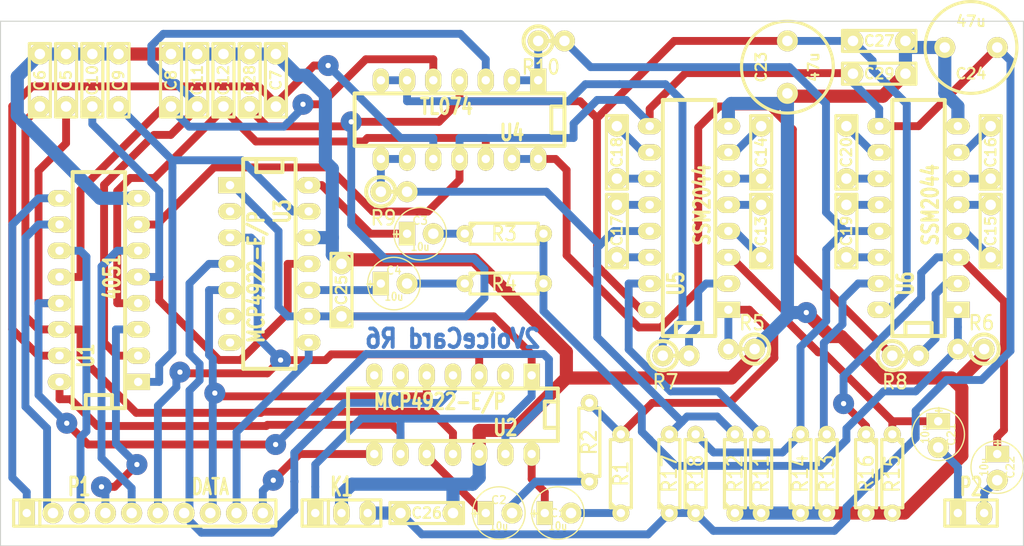
<source format=kicad_pcb>
(kicad_pcb (version 3) (host pcbnew "(2013-07-07 BZR 4022)-stable")

  (general
    (links 132)
    (no_connects 8)
    (area 43.129999 19.024599 142.814674 72.440001)
    (thickness 1.6)
    (drawings 5)
    (tracks 552)
    (zones 0)
    (modules 56)
    (nets 62)
  )

  (page A4)
  (title_block 
    (title "Overcycler voice board")
    (rev 6)
    (company "GliGli's DIY")
  )

  (layers
    (15 F.Cu signal)
    (0 B.Cu signal)
    (21 F.SilkS user)
    (26 Eco1.User user)
    (28 Edge.Cuts user)
  )

  (setup
    (last_trace_width 0.762)
    (user_trace_width 0.762)
    (user_trace_width 1.27)
    (trace_clearance 0.508)
    (zone_clearance 0.508)
    (zone_45_only no)
    (trace_min 0.254)
    (segment_width 0.2)
    (edge_width 0.1)
    (via_size 2.032)
    (via_drill 0.508)
    (via_min_size 0.889)
    (via_min_drill 0.508)
    (uvia_size 0.000025)
    (uvia_drill 0)
    (uvias_allowed no)
    (uvia_min_size 0)
    (uvia_min_drill 0)
    (pcb_text_width 0.3)
    (pcb_text_size 1.5 1.5)
    (mod_edge_width 0.15)
    (mod_text_size 1 1)
    (mod_text_width 0.15)
    (pad_size 2.032 2.032)
    (pad_drill 1.016)
    (pad_to_mask_clearance 0)
    (aux_axis_origin 43.18 21.59)
    (visible_elements 7FFFFFFF)
    (pcbplotparams
      (layerselection 2129921)
      (usegerberextensions true)
      (excludeedgelayer true)
      (linewidth 0.150000)
      (plotframeref false)
      (viasonmask false)
      (mode 1)
      (useauxorigin false)
      (hpglpennumber 1)
      (hpglpenspeed 20)
      (hpglpendiameter 15)
      (hpglpenoverlay 2)
      (psnegative false)
      (psa4output false)
      (plotreference true)
      (plotvalue true)
      (plotothertext true)
      (plotinvisibletext false)
      (padsonsilk false)
      (subtractmaskfromsilk false)
      (outputformat 1)
      (mirror false)
      (drillshape 0)
      (scaleselection 1)
      (outputdirectory ""))
  )

  (net 0 "")
  (net 1 +5V)
  (net 2 -5V)
  (net 3 //CS)
  (net 4 //LDAC_A)
  (net 5 //LDAC_B)
  (net 6 /OUT_A)
  (net 7 /OUT_B)
  (net 8 /SCK)
  (net 9 /SDI)
  (net 10 GND)
  (net 11 N-000001)
  (net 12 N-0000010)
  (net 13 N-0000011)
  (net 14 N-0000012)
  (net 15 N-0000013)
  (net 16 N-0000014)
  (net 17 N-0000015)
  (net 18 N-0000016)
  (net 19 N-0000017)
  (net 20 N-0000018)
  (net 21 N-0000019)
  (net 22 N-000002)
  (net 23 N-0000020)
  (net 24 N-0000021)
  (net 25 N-0000022)
  (net 26 N-0000023)
  (net 27 N-0000024)
  (net 28 N-0000025)
  (net 29 N-0000026)
  (net 30 N-0000027)
  (net 31 N-0000028)
  (net 32 N-0000029)
  (net 33 N-000003)
  (net 34 N-0000030)
  (net 35 N-0000034)
  (net 36 N-0000039)
  (net 37 N-000004)
  (net 38 N-0000040)
  (net 39 N-0000041)
  (net 40 N-0000042)
  (net 41 N-0000043)
  (net 42 N-0000044)
  (net 43 N-0000045)
  (net 44 N-0000046)
  (net 45 N-0000047)
  (net 46 N-0000048)
  (net 47 N-000005)
  (net 48 N-0000050)
  (net 49 N-0000051)
  (net 50 N-0000056)
  (net 51 N-0000059)
  (net 52 N-000006)
  (net 53 N-0000060)
  (net 54 N-0000061)
  (net 55 N-0000062)
  (net 56 N-0000063)
  (net 57 N-0000064)
  (net 58 N-0000065)
  (net 59 N-000007)
  (net 60 N-000008)
  (net 61 N-000009)

  (net_class Default "This is the default net class."
    (clearance 0.508)
    (trace_width 0.762)
    (via_dia 2.032)
    (via_drill 0.508)
    (uvia_dia 0.000025)
    (uvia_drill 0)
    (add_net "")
    (add_net +5V)
    (add_net -5V)
    (add_net //CS)
    (add_net //LDAC_A)
    (add_net //LDAC_B)
    (add_net /OUT_A)
    (add_net /OUT_B)
    (add_net /SCK)
    (add_net /SDI)
    (add_net N-000001)
    (add_net N-0000010)
    (add_net N-0000011)
    (add_net N-0000012)
    (add_net N-0000013)
    (add_net N-0000014)
    (add_net N-0000015)
    (add_net N-0000016)
    (add_net N-0000017)
    (add_net N-0000018)
    (add_net N-0000019)
    (add_net N-000002)
    (add_net N-0000020)
    (add_net N-0000021)
    (add_net N-0000022)
    (add_net N-0000023)
    (add_net N-0000024)
    (add_net N-0000025)
    (add_net N-0000026)
    (add_net N-0000027)
    (add_net N-0000028)
    (add_net N-0000029)
    (add_net N-000003)
    (add_net N-0000030)
    (add_net N-0000034)
    (add_net N-0000039)
    (add_net N-000004)
    (add_net N-0000040)
    (add_net N-0000041)
    (add_net N-0000042)
    (add_net N-0000043)
    (add_net N-0000044)
    (add_net N-0000045)
    (add_net N-0000046)
    (add_net N-0000047)
    (add_net N-0000048)
    (add_net N-000005)
    (add_net N-0000050)
    (add_net N-0000051)
    (add_net N-0000056)
    (add_net N-0000059)
    (add_net N-000006)
    (add_net N-0000060)
    (add_net N-0000061)
    (add_net N-0000062)
    (add_net N-0000063)
    (add_net N-0000064)
    (add_net N-0000065)
    (add_net N-000007)
    (add_net N-000008)
    (add_net N-000009)
  )

  (net_class pwr ""
    (clearance 0.508)
    (trace_width 1.27)
    (via_dia 2.032)
    (via_drill 0.508)
    (uvia_dia 0.000025)
    (uvia_drill 0)
    (add_net GND)
  )

  (module SIL-3 (layer F.Cu) (tedit 5208AF2D) (tstamp 5208DC68)
    (at 76.2 69.215)
    (descr "Connecteur 3 pins")
    (tags "CONN DEV")
    (path /5208B654)
    (fp_text reference K1 (at 0 -2.54) (layer F.SilkS)
      (effects (font (size 1.7907 1.07696) (thickness 0.3048)))
    )
    (fp_text value PWR (at 0 -2.54) (layer F.SilkS) hide
      (effects (font (size 1.524 1.016) (thickness 0.3048)))
    )
    (fp_line (start -3.81 1.27) (end -3.81 -1.27) (layer F.SilkS) (width 0.3048))
    (fp_line (start -3.81 -1.27) (end 3.81 -1.27) (layer F.SilkS) (width 0.3048))
    (fp_line (start 3.81 -1.27) (end 3.81 1.27) (layer F.SilkS) (width 0.3048))
    (fp_line (start 3.81 1.27) (end -3.81 1.27) (layer F.SilkS) (width 0.3048))
    (fp_line (start -1.27 -1.27) (end -1.27 1.27) (layer F.SilkS) (width 0.3048))
    (pad 1 thru_hole rect (at -2.54 0) (size 1.5748 2.286) (drill 0.8128)
      (layers *.Cu *.Mask F.SilkS)
      (net 1 +5V)
    )
    (pad 2 thru_hole oval (at 0 0) (size 1.5748 2.286) (drill 0.8128)
      (layers *.Cu *.Mask F.SilkS)
      (net 10 GND)
    )
    (pad 3 thru_hole oval (at 2.54 0) (size 1.5748 2.286) (drill 0.8128)
      (layers *.Cu *.Mask F.SilkS)
      (net 2 -5V)
    )
  )

  (module SIL-2 (layer F.Cu) (tedit 5208AF39) (tstamp 5208A7DD)
    (at 137.16 69.215)
    (descr "Connecteurs 2 pins")
    (tags "CONN DEV")
    (path /5208B645)
    (fp_text reference P2 (at 0 -2.54) (layer F.SilkS)
      (effects (font (size 1.72974 1.08712) (thickness 0.3048)))
    )
    (fp_text value OUT (at 0 -2.54) (layer F.SilkS) hide
      (effects (font (size 1.524 1.016) (thickness 0.3048)))
    )
    (fp_line (start -2.54 1.27) (end -2.54 -1.27) (layer F.SilkS) (width 0.3048))
    (fp_line (start -2.54 -1.27) (end 2.54 -1.27) (layer F.SilkS) (width 0.3048))
    (fp_line (start 2.54 -1.27) (end 2.54 1.27) (layer F.SilkS) (width 0.3048))
    (fp_line (start 2.54 1.27) (end -2.54 1.27) (layer F.SilkS) (width 0.3048))
    (pad 1 thru_hole rect (at -1.27 0) (size 1.5748 2.286) (drill 0.8128)
      (layers *.Cu *.Mask F.SilkS)
      (net 6 /OUT_A)
    )
    (pad 2 thru_hole oval (at 1.27 0) (size 1.5748 2.286) (drill 0.8128)
      (layers *.Cu *.Mask F.SilkS)
      (net 7 /OUT_B)
    )
  )

  (module DIP-16__300_ELL (layer F.Cu) (tedit 200000) (tstamp 5208B6E2)
    (at 109.855 40.64 90)
    (descr "16 pins DIL package, elliptical pads")
    (tags DIL)
    (path /5208A055)
    (fp_text reference U5 (at -6.35 -1.27 90) (layer F.SilkS)
      (effects (font (size 1.524 1.143) (thickness 0.3048)))
    )
    (fp_text value SSM2044 (at 1.27 1.27 90) (layer F.SilkS)
      (effects (font (size 1.524 1.143) (thickness 0.3048)))
    )
    (fp_line (start -11.43 -1.27) (end -11.43 -1.27) (layer F.SilkS) (width 0.381))
    (fp_line (start -11.43 -1.27) (end -10.16 -1.27) (layer F.SilkS) (width 0.381))
    (fp_line (start -10.16 -1.27) (end -10.16 1.27) (layer F.SilkS) (width 0.381))
    (fp_line (start -10.16 1.27) (end -11.43 1.27) (layer F.SilkS) (width 0.381))
    (fp_line (start -11.43 -2.54) (end 11.43 -2.54) (layer F.SilkS) (width 0.381))
    (fp_line (start 11.43 -2.54) (end 11.43 2.54) (layer F.SilkS) (width 0.381))
    (fp_line (start 11.43 2.54) (end -11.43 2.54) (layer F.SilkS) (width 0.381))
    (fp_line (start -11.43 2.54) (end -11.43 -2.54) (layer F.SilkS) (width 0.381))
    (pad 1 thru_hole rect (at -8.89 3.81 90) (size 1.5748 2.286) (drill 0.8128)
      (layers *.Cu *.Mask F.SilkS)
      (net 34 N-0000030)
    )
    (pad 2 thru_hole oval (at -6.35 3.81 90) (size 1.5748 2.286) (drill 0.8128)
      (layers *.Cu *.Mask F.SilkS)
      (net 13 N-0000011)
    )
    (pad 3 thru_hole oval (at -3.81 3.81 90) (size 1.5748 2.286) (drill 0.8128)
      (layers *.Cu *.Mask F.SilkS)
      (net 38 N-0000040)
    )
    (pad 4 thru_hole oval (at -1.27 3.81 90) (size 1.5748 2.286) (drill 0.8128)
      (layers *.Cu *.Mask F.SilkS)
      (net 22 N-000002)
    )
    (pad 5 thru_hole oval (at 1.27 3.81 90) (size 1.5748 2.286) (drill 0.8128)
      (layers *.Cu *.Mask F.SilkS)
      (net 27 N-0000024)
    )
    (pad 6 thru_hole oval (at 3.81 3.81 90) (size 1.5748 2.286) (drill 0.8128)
      (layers *.Cu *.Mask F.SilkS)
      (net 28 N-0000025)
    )
    (pad 7 thru_hole oval (at 6.35 3.81 90) (size 1.5748 2.286) (drill 0.8128)
      (layers *.Cu *.Mask F.SilkS)
      (net 29 N-0000026)
    )
    (pad 8 thru_hole oval (at 8.89 3.81 90) (size 1.5748 2.286) (drill 0.8128)
      (layers *.Cu *.Mask F.SilkS)
      (net 10 GND)
    )
    (pad 9 thru_hole oval (at 8.89 -3.81 90) (size 1.5748 2.286) (drill 0.8128)
      (layers *.Cu *.Mask F.SilkS)
      (net 2 -5V)
    )
    (pad 10 thru_hole oval (at 6.35 -3.81 90) (size 1.5748 2.286) (drill 0.8128)
      (layers *.Cu *.Mask F.SilkS)
      (net 32 N-0000029)
    )
    (pad 11 thru_hole oval (at 3.81 -3.81 90) (size 1.5748 2.286) (drill 0.8128)
      (layers *.Cu *.Mask F.SilkS)
      (net 31 N-0000028)
    )
    (pad 12 thru_hole oval (at 1.27 -3.81 90) (size 1.5748 2.286) (drill 0.8128)
      (layers *.Cu *.Mask F.SilkS)
      (net 30 N-0000027)
    )
    (pad 13 thru_hole oval (at -1.27 -3.81 90) (size 1.5748 2.286) (drill 0.8128)
      (layers *.Cu *.Mask F.SilkS)
      (net 45 N-0000047)
    )
    (pad 14 thru_hole oval (at -3.81 -3.81 90) (size 1.5748 2.286) (drill 0.8128)
      (layers *.Cu *.Mask F.SilkS)
      (net 26 N-0000023)
    )
    (pad 15 thru_hole oval (at -6.35 -3.81 90) (size 1.5748 2.286) (drill 0.8128)
      (layers *.Cu *.Mask F.SilkS)
      (net 11 N-000001)
    )
    (pad 16 thru_hole oval (at -8.89 -3.81 90) (size 1.5748 2.286) (drill 0.8128)
      (layers *.Cu *.Mask F.SilkS)
      (net 1 +5V)
    )
    (model dil/dil_16.wrl
      (at (xyz 0 0 0))
      (scale (xyz 1 1 1))
      (rotate (xyz 0 0 0))
    )
  )

  (module DIP-16__300_ELL (layer F.Cu) (tedit 520A1E01) (tstamp 5208A911)
    (at 132.08 40.64 90)
    (descr "16 pins DIL package, elliptical pads")
    (tags DIL)
    (path /5208A179)
    (fp_text reference U6 (at -6.35 -1.27 90) (layer F.SilkS)
      (effects (font (size 1.524 1.143) (thickness 0.3048)))
    )
    (fp_text value SSM2044 (at 1.27 1.143 90) (layer F.SilkS)
      (effects (font (size 1.524 1.143) (thickness 0.3048)))
    )
    (fp_line (start -11.43 -1.27) (end -11.43 -1.27) (layer F.SilkS) (width 0.381))
    (fp_line (start -11.43 -1.27) (end -10.16 -1.27) (layer F.SilkS) (width 0.381))
    (fp_line (start -10.16 -1.27) (end -10.16 1.27) (layer F.SilkS) (width 0.381))
    (fp_line (start -10.16 1.27) (end -11.43 1.27) (layer F.SilkS) (width 0.381))
    (fp_line (start -11.43 -2.54) (end 11.43 -2.54) (layer F.SilkS) (width 0.381))
    (fp_line (start 11.43 -2.54) (end 11.43 2.54) (layer F.SilkS) (width 0.381))
    (fp_line (start 11.43 2.54) (end -11.43 2.54) (layer F.SilkS) (width 0.381))
    (fp_line (start -11.43 2.54) (end -11.43 -2.54) (layer F.SilkS) (width 0.381))
    (pad 1 thru_hole rect (at -8.89 3.81 90) (size 1.5748 2.286) (drill 0.8128)
      (layers *.Cu *.Mask F.SilkS)
      (net 44 N-0000046)
    )
    (pad 2 thru_hole oval (at -6.35 3.81 90) (size 1.5748 2.286) (drill 0.8128)
      (layers *.Cu *.Mask F.SilkS)
      (net 42 N-0000044)
    )
    (pad 3 thru_hole oval (at -3.81 3.81 90) (size 1.5748 2.286) (drill 0.8128)
      (layers *.Cu *.Mask F.SilkS)
      (net 36 N-0000039)
    )
    (pad 4 thru_hole oval (at -1.27 3.81 90) (size 1.5748 2.286) (drill 0.8128)
      (layers *.Cu *.Mask F.SilkS)
      (net 12 N-0000010)
    )
    (pad 5 thru_hole oval (at 1.27 3.81 90) (size 1.5748 2.286) (drill 0.8128)
      (layers *.Cu *.Mask F.SilkS)
      (net 15 N-0000013)
    )
    (pad 6 thru_hole oval (at 3.81 3.81 90) (size 1.5748 2.286) (drill 0.8128)
      (layers *.Cu *.Mask F.SilkS)
      (net 14 N-0000012)
    )
    (pad 7 thru_hole oval (at 6.35 3.81 90) (size 1.5748 2.286) (drill 0.8128)
      (layers *.Cu *.Mask F.SilkS)
      (net 16 N-0000014)
    )
    (pad 8 thru_hole oval (at 8.89 3.81 90) (size 1.5748 2.286) (drill 0.8128)
      (layers *.Cu *.Mask F.SilkS)
      (net 10 GND)
    )
    (pad 9 thru_hole oval (at 8.89 -3.81 90) (size 1.5748 2.286) (drill 0.8128)
      (layers *.Cu *.Mask F.SilkS)
      (net 2 -5V)
    )
    (pad 10 thru_hole oval (at 6.35 -3.81 90) (size 1.5748 2.286) (drill 0.8128)
      (layers *.Cu *.Mask F.SilkS)
      (net 59 N-000007)
    )
    (pad 11 thru_hole oval (at 3.81 -3.81 90) (size 1.5748 2.286) (drill 0.8128)
      (layers *.Cu *.Mask F.SilkS)
      (net 52 N-000006)
    )
    (pad 12 thru_hole oval (at 1.27 -3.81 90) (size 1.5748 2.286) (drill 0.8128)
      (layers *.Cu *.Mask F.SilkS)
      (net 47 N-000005)
    )
    (pad 13 thru_hole oval (at -1.27 -3.81 90) (size 1.5748 2.286) (drill 0.8128)
      (layers *.Cu *.Mask F.SilkS)
      (net 49 N-0000051)
    )
    (pad 14 thru_hole oval (at -3.81 -3.81 90) (size 1.5748 2.286) (drill 0.8128)
      (layers *.Cu *.Mask F.SilkS)
      (net 60 N-000008)
    )
    (pad 15 thru_hole oval (at -6.35 -3.81 90) (size 1.5748 2.286) (drill 0.8128)
      (layers *.Cu *.Mask F.SilkS)
      (net 61 N-000009)
    )
    (pad 16 thru_hole oval (at -8.89 -3.81 90) (size 1.5748 2.286) (drill 0.8128)
      (layers *.Cu *.Mask F.SilkS)
      (net 1 +5V)
    )
    (model dil/dil_16.wrl
      (at (xyz 0 0 0))
      (scale (xyz 1 1 1))
      (rotate (xyz 0 0 0))
    )
  )

  (module C2V8 (layer F.Cu) (tedit 5208B204) (tstamp 5208C843)
    (at 137.16 24.13)
    (descr "Condensateur polarise")
    (tags CP)
    (path /5208A5B0)
    (fp_text reference C24 (at 0 2.54) (layer F.SilkS)
      (effects (font (size 1.016 1.016) (thickness 0.2032)))
    )
    (fp_text value 47u (at 0 -2.54) (layer F.SilkS)
      (effects (font (size 1.016 1.016) (thickness 0.2032)))
    )
    (fp_circle (center 0 0) (end -4.445 0) (layer F.SilkS) (width 0.3048))
    (pad 1 thru_hole circle (at -2.54 0) (size 2.032 2.032) (drill 1.016)
      (layers *.Cu *.Mask F.SilkS)
      (net 10 GND)
    )
    (pad 2 thru_hole circle (at 2.54 0) (size 2.032 2.032) (drill 1.016)
      (layers *.Cu *.Mask F.SilkS)
      (net 2 -5V)
    )
    (model discret/c_vert_c2v10.wrl
      (at (xyz 0 0 0))
      (scale (xyz 1 1 1))
      (rotate (xyz 0 0 0))
    )
  )

  (module C2V8 (layer F.Cu) (tedit 5208CA66) (tstamp 5208CA67)
    (at 119.38 26.035 270)
    (descr "Condensateur polarise")
    (tags CP)
    (path /5208A5A1)
    (fp_text reference C23 (at 0 2.54 270) (layer F.SilkS)
      (effects (font (size 1.016 1.016) (thickness 0.2032)))
    )
    (fp_text value 47u (at 0 -2.54 270) (layer F.SilkS)
      (effects (font (size 1.016 1.016) (thickness 0.2032)))
    )
    (fp_circle (center 0 0) (end -4.445 0) (layer F.SilkS) (width 0.3048))
    (pad 1 thru_hole circle (at -2.54 0 270) (size 2.032 2.032) (drill 1.016)
      (layers *.Cu *.Mask F.SilkS)
      (net 1 +5V)
    )
    (pad 2 thru_hole circle (at 2.54 0 270) (size 2.032 2.032) (drill 1.016)
      (layers *.Cu *.Mask F.SilkS)
      (net 10 GND)
    )
    (model discret/c_vert_c2v10.wrl
      (at (xyz 0 0 0))
      (scale (xyz 1 1 1))
      (rotate (xyz 0 0 0))
    )
  )

  (module C2 (layer F.Cu) (tedit 5208B119) (tstamp 5208B432)
    (at 116.84 41.91 90)
    (descr "Condensateur = 2 pas")
    (tags C)
    (path /5208A161)
    (fp_text reference C13 (at 0 0 90) (layer F.SilkS)
      (effects (font (size 1.016 1.016) (thickness 0.2032)))
    )
    (fp_text value 820p (at 0 0 90) (layer F.SilkS) hide
      (effects (font (size 1.016 1.016) (thickness 0.2032)))
    )
    (fp_line (start -3.556 -1.016) (end 3.556 -1.016) (layer F.SilkS) (width 0.3048))
    (fp_line (start 3.556 -1.016) (end 3.556 1.016) (layer F.SilkS) (width 0.3048))
    (fp_line (start 3.556 1.016) (end -3.556 1.016) (layer F.SilkS) (width 0.3048))
    (fp_line (start -3.556 1.016) (end -3.556 -1.016) (layer F.SilkS) (width 0.3048))
    (fp_line (start -3.556 -0.508) (end -3.048 -1.016) (layer F.SilkS) (width 0.3048))
    (pad 1 thru_hole circle (at -2.54 0 90) (size 2.032 2.032) (drill 1.016)
      (layers *.Cu *.Mask F.SilkS)
      (net 22 N-000002)
    )
    (pad 2 thru_hole circle (at 2.54 0 90) (size 2.032 2.032) (drill 1.016)
      (layers *.Cu *.Mask F.SilkS)
      (net 27 N-0000024)
    )
    (model discret/capa_2pas_5x5mm.wrl
      (at (xyz 0 0 0))
      (scale (xyz 1 1 1))
      (rotate (xyz 0 0 0))
    )
  )

  (module C2 (layer F.Cu) (tedit 5208AF1D) (tstamp 5208A9F4)
    (at 102.87 34.29 270)
    (descr "Condensateur = 2 pas")
    (tags C)
    (path /5208A14F)
    (fp_text reference C18 (at 0 0 270) (layer F.SilkS)
      (effects (font (size 1.016 1.016) (thickness 0.2032)))
    )
    (fp_text value 10n (at 0 0 270) (layer F.SilkS) hide
      (effects (font (size 1.016 1.016) (thickness 0.2032)))
    )
    (fp_line (start -3.556 -1.016) (end 3.556 -1.016) (layer F.SilkS) (width 0.3048))
    (fp_line (start 3.556 -1.016) (end 3.556 1.016) (layer F.SilkS) (width 0.3048))
    (fp_line (start 3.556 1.016) (end -3.556 1.016) (layer F.SilkS) (width 0.3048))
    (fp_line (start -3.556 1.016) (end -3.556 -1.016) (layer F.SilkS) (width 0.3048))
    (fp_line (start -3.556 -0.508) (end -3.048 -1.016) (layer F.SilkS) (width 0.3048))
    (pad 1 thru_hole circle (at -2.54 0 270) (size 2.032 2.032) (drill 1.016)
      (layers *.Cu *.Mask F.SilkS)
      (net 32 N-0000029)
    )
    (pad 2 thru_hole circle (at 2.54 0 270) (size 2.032 2.032) (drill 1.016)
      (layers *.Cu *.Mask F.SilkS)
      (net 31 N-0000028)
    )
    (model discret/capa_2pas_5x5mm.wrl
      (at (xyz 0 0 0))
      (scale (xyz 1 1 1))
      (rotate (xyz 0 0 0))
    )
  )

  (module C2 (layer F.Cu) (tedit 200000) (tstamp 5208A9FF)
    (at 102.87 41.91 270)
    (descr "Condensateur = 2 pas")
    (tags C)
    (path /5208A155)
    (fp_text reference C17 (at 0 0 270) (layer F.SilkS)
      (effects (font (size 1.016 1.016) (thickness 0.2032)))
    )
    (fp_text value 10n (at 0 0 270) (layer F.SilkS) hide
      (effects (font (size 1.016 1.016) (thickness 0.2032)))
    )
    (fp_line (start -3.556 -1.016) (end 3.556 -1.016) (layer F.SilkS) (width 0.3048))
    (fp_line (start 3.556 -1.016) (end 3.556 1.016) (layer F.SilkS) (width 0.3048))
    (fp_line (start 3.556 1.016) (end -3.556 1.016) (layer F.SilkS) (width 0.3048))
    (fp_line (start -3.556 1.016) (end -3.556 -1.016) (layer F.SilkS) (width 0.3048))
    (fp_line (start -3.556 -0.508) (end -3.048 -1.016) (layer F.SilkS) (width 0.3048))
    (pad 1 thru_hole circle (at -2.54 0 270) (size 2.032 2.032) (drill 1.016)
      (layers *.Cu *.Mask F.SilkS)
      (net 30 N-0000027)
    )
    (pad 2 thru_hole circle (at 2.54 0 270) (size 2.032 2.032) (drill 1.016)
      (layers *.Cu *.Mask F.SilkS)
      (net 26 N-0000023)
    )
    (model discret/capa_2pas_5x5mm.wrl
      (at (xyz 0 0 0))
      (scale (xyz 1 1 1))
      (rotate (xyz 0 0 0))
    )
  )

  (module C2 (layer F.Cu) (tedit 200000) (tstamp 5208AA0A)
    (at 116.84 34.29 90)
    (descr "Condensateur = 2 pas")
    (tags C)
    (path /5208A15B)
    (fp_text reference C14 (at 0 0 90) (layer F.SilkS)
      (effects (font (size 1.016 1.016) (thickness 0.2032)))
    )
    (fp_text value 10n (at 0 0 90) (layer F.SilkS) hide
      (effects (font (size 1.016 1.016) (thickness 0.2032)))
    )
    (fp_line (start -3.556 -1.016) (end 3.556 -1.016) (layer F.SilkS) (width 0.3048))
    (fp_line (start 3.556 -1.016) (end 3.556 1.016) (layer F.SilkS) (width 0.3048))
    (fp_line (start 3.556 1.016) (end -3.556 1.016) (layer F.SilkS) (width 0.3048))
    (fp_line (start -3.556 1.016) (end -3.556 -1.016) (layer F.SilkS) (width 0.3048))
    (fp_line (start -3.556 -0.508) (end -3.048 -1.016) (layer F.SilkS) (width 0.3048))
    (pad 1 thru_hole circle (at -2.54 0 90) (size 2.032 2.032) (drill 1.016)
      (layers *.Cu *.Mask F.SilkS)
      (net 28 N-0000025)
    )
    (pad 2 thru_hole circle (at 2.54 0 90) (size 2.032 2.032) (drill 1.016)
      (layers *.Cu *.Mask F.SilkS)
      (net 29 N-0000026)
    )
    (model discret/capa_2pas_5x5mm.wrl
      (at (xyz 0 0 0))
      (scale (xyz 1 1 1))
      (rotate (xyz 0 0 0))
    )
  )

  (module C2 (layer F.Cu) (tedit 200000) (tstamp 5208AA15)
    (at 139.065 41.91 90)
    (descr "Condensateur = 2 pas")
    (tags C)
    (path /5208A1A3)
    (fp_text reference C15 (at 0 0 90) (layer F.SilkS)
      (effects (font (size 1.016 1.016) (thickness 0.2032)))
    )
    (fp_text value 820p (at 0 0 90) (layer F.SilkS) hide
      (effects (font (size 1.016 1.016) (thickness 0.2032)))
    )
    (fp_line (start -3.556 -1.016) (end 3.556 -1.016) (layer F.SilkS) (width 0.3048))
    (fp_line (start 3.556 -1.016) (end 3.556 1.016) (layer F.SilkS) (width 0.3048))
    (fp_line (start 3.556 1.016) (end -3.556 1.016) (layer F.SilkS) (width 0.3048))
    (fp_line (start -3.556 1.016) (end -3.556 -1.016) (layer F.SilkS) (width 0.3048))
    (fp_line (start -3.556 -0.508) (end -3.048 -1.016) (layer F.SilkS) (width 0.3048))
    (pad 1 thru_hole circle (at -2.54 0 90) (size 2.032 2.032) (drill 1.016)
      (layers *.Cu *.Mask F.SilkS)
      (net 12 N-0000010)
    )
    (pad 2 thru_hole circle (at 2.54 0 90) (size 2.032 2.032) (drill 1.016)
      (layers *.Cu *.Mask F.SilkS)
      (net 15 N-0000013)
    )
    (model discret/capa_2pas_5x5mm.wrl
      (at (xyz 0 0 0))
      (scale (xyz 1 1 1))
      (rotate (xyz 0 0 0))
    )
  )

  (module C2 (layer F.Cu) (tedit 200000) (tstamp 5208AA20)
    (at 139.065 34.29 90)
    (descr "Condensateur = 2 pas")
    (tags C)
    (path /5208A19D)
    (fp_text reference C16 (at 0 0 90) (layer F.SilkS)
      (effects (font (size 1.016 1.016) (thickness 0.2032)))
    )
    (fp_text value 10n (at 0 0 90) (layer F.SilkS) hide
      (effects (font (size 1.016 1.016) (thickness 0.2032)))
    )
    (fp_line (start -3.556 -1.016) (end 3.556 -1.016) (layer F.SilkS) (width 0.3048))
    (fp_line (start 3.556 -1.016) (end 3.556 1.016) (layer F.SilkS) (width 0.3048))
    (fp_line (start 3.556 1.016) (end -3.556 1.016) (layer F.SilkS) (width 0.3048))
    (fp_line (start -3.556 1.016) (end -3.556 -1.016) (layer F.SilkS) (width 0.3048))
    (fp_line (start -3.556 -0.508) (end -3.048 -1.016) (layer F.SilkS) (width 0.3048))
    (pad 1 thru_hole circle (at -2.54 0 90) (size 2.032 2.032) (drill 1.016)
      (layers *.Cu *.Mask F.SilkS)
      (net 14 N-0000012)
    )
    (pad 2 thru_hole circle (at 2.54 0 90) (size 2.032 2.032) (drill 1.016)
      (layers *.Cu *.Mask F.SilkS)
      (net 16 N-0000014)
    )
    (model discret/capa_2pas_5x5mm.wrl
      (at (xyz 0 0 0))
      (scale (xyz 1 1 1))
      (rotate (xyz 0 0 0))
    )
  )

  (module C2 (layer F.Cu) (tedit 200000) (tstamp 5208AA2B)
    (at 125.095 41.91 270)
    (descr "Condensateur = 2 pas")
    (tags C)
    (path /5208A197)
    (fp_text reference C19 (at 0 0 270) (layer F.SilkS)
      (effects (font (size 1.016 1.016) (thickness 0.2032)))
    )
    (fp_text value 10n (at 0 0 270) (layer F.SilkS) hide
      (effects (font (size 1.016 1.016) (thickness 0.2032)))
    )
    (fp_line (start -3.556 -1.016) (end 3.556 -1.016) (layer F.SilkS) (width 0.3048))
    (fp_line (start 3.556 -1.016) (end 3.556 1.016) (layer F.SilkS) (width 0.3048))
    (fp_line (start 3.556 1.016) (end -3.556 1.016) (layer F.SilkS) (width 0.3048))
    (fp_line (start -3.556 1.016) (end -3.556 -1.016) (layer F.SilkS) (width 0.3048))
    (fp_line (start -3.556 -0.508) (end -3.048 -1.016) (layer F.SilkS) (width 0.3048))
    (pad 1 thru_hole circle (at -2.54 0 270) (size 2.032 2.032) (drill 1.016)
      (layers *.Cu *.Mask F.SilkS)
      (net 47 N-000005)
    )
    (pad 2 thru_hole circle (at 2.54 0 270) (size 2.032 2.032) (drill 1.016)
      (layers *.Cu *.Mask F.SilkS)
      (net 60 N-000008)
    )
    (model discret/capa_2pas_5x5mm.wrl
      (at (xyz 0 0 0))
      (scale (xyz 1 1 1))
      (rotate (xyz 0 0 0))
    )
  )

  (module C2 (layer F.Cu) (tedit 200000) (tstamp 5208AA36)
    (at 125.095 34.29 270)
    (descr "Condensateur = 2 pas")
    (tags C)
    (path /5208A191)
    (fp_text reference C20 (at 0 0 270) (layer F.SilkS)
      (effects (font (size 1.016 1.016) (thickness 0.2032)))
    )
    (fp_text value 10n (at 0 0 270) (layer F.SilkS) hide
      (effects (font (size 1.016 1.016) (thickness 0.2032)))
    )
    (fp_line (start -3.556 -1.016) (end 3.556 -1.016) (layer F.SilkS) (width 0.3048))
    (fp_line (start 3.556 -1.016) (end 3.556 1.016) (layer F.SilkS) (width 0.3048))
    (fp_line (start 3.556 1.016) (end -3.556 1.016) (layer F.SilkS) (width 0.3048))
    (fp_line (start -3.556 1.016) (end -3.556 -1.016) (layer F.SilkS) (width 0.3048))
    (fp_line (start -3.556 -0.508) (end -3.048 -1.016) (layer F.SilkS) (width 0.3048))
    (pad 1 thru_hole circle (at -2.54 0 270) (size 2.032 2.032) (drill 1.016)
      (layers *.Cu *.Mask F.SilkS)
      (net 59 N-000007)
    )
    (pad 2 thru_hole circle (at 2.54 0 270) (size 2.032 2.032) (drill 1.016)
      (layers *.Cu *.Mask F.SilkS)
      (net 52 N-000006)
    )
    (model discret/capa_2pas_5x5mm.wrl
      (at (xyz 0 0 0))
      (scale (xyz 1 1 1))
      (rotate (xyz 0 0 0))
    )
  )

  (module C2 (layer F.Cu) (tedit 200000) (tstamp 5208B539)
    (at 128.27 23.495)
    (descr "Condensateur = 2 pas")
    (tags C)
    (path /5208B49D)
    (fp_text reference C27 (at 0 0) (layer F.SilkS)
      (effects (font (size 1.016 1.016) (thickness 0.2032)))
    )
    (fp_text value 100n (at 0 0) (layer F.SilkS) hide
      (effects (font (size 1.016 1.016) (thickness 0.2032)))
    )
    (fp_line (start -3.556 -1.016) (end 3.556 -1.016) (layer F.SilkS) (width 0.3048))
    (fp_line (start 3.556 -1.016) (end 3.556 1.016) (layer F.SilkS) (width 0.3048))
    (fp_line (start 3.556 1.016) (end -3.556 1.016) (layer F.SilkS) (width 0.3048))
    (fp_line (start -3.556 1.016) (end -3.556 -1.016) (layer F.SilkS) (width 0.3048))
    (fp_line (start -3.556 -0.508) (end -3.048 -1.016) (layer F.SilkS) (width 0.3048))
    (pad 1 thru_hole circle (at -2.54 0) (size 2.032 2.032) (drill 1.016)
      (layers *.Cu *.Mask F.SilkS)
      (net 1 +5V)
    )
    (pad 2 thru_hole circle (at 2.54 0) (size 2.032 2.032) (drill 1.016)
      (layers *.Cu *.Mask F.SilkS)
      (net 10 GND)
    )
    (model discret/capa_2pas_5x5mm.wrl
      (at (xyz 0 0 0))
      (scale (xyz 1 1 1))
      (rotate (xyz 0 0 0))
    )
  )

  (module C2 (layer F.Cu) (tedit 200000) (tstamp 5208B627)
    (at 128.27 26.67 180)
    (descr "Condensateur = 2 pas")
    (tags C)
    (path /5208C610)
    (fp_text reference C29 (at 0 0 180) (layer F.SilkS)
      (effects (font (size 1.016 1.016) (thickness 0.2032)))
    )
    (fp_text value 100n (at 0 0 180) (layer F.SilkS) hide
      (effects (font (size 1.016 1.016) (thickness 0.2032)))
    )
    (fp_line (start -3.556 -1.016) (end 3.556 -1.016) (layer F.SilkS) (width 0.3048))
    (fp_line (start 3.556 -1.016) (end 3.556 1.016) (layer F.SilkS) (width 0.3048))
    (fp_line (start 3.556 1.016) (end -3.556 1.016) (layer F.SilkS) (width 0.3048))
    (fp_line (start -3.556 1.016) (end -3.556 -1.016) (layer F.SilkS) (width 0.3048))
    (fp_line (start -3.556 -0.508) (end -3.048 -1.016) (layer F.SilkS) (width 0.3048))
    (pad 1 thru_hole circle (at -2.54 0 180) (size 2.032 2.032) (drill 1.016)
      (layers *.Cu *.Mask F.SilkS)
      (net 10 GND)
    )
    (pad 2 thru_hole circle (at 2.54 0 180) (size 2.032 2.032) (drill 1.016)
      (layers *.Cu *.Mask F.SilkS)
      (net 2 -5V)
    )
    (model discret/capa_2pas_5x5mm.wrl
      (at (xyz 0 0 0))
      (scale (xyz 1 1 1))
      (rotate (xyz 0 0 0))
    )
  )

  (module SIL-10 (layer F.Cu) (tedit 520A03BC) (tstamp 5209E2D6)
    (at 57.15 69.215)
    (descr "Connecteur 10 pins")
    (tags "CONN DEV")
    (path /5208BD9F)
    (fp_text reference P1 (at -6.35 -2.54) (layer F.SilkS)
      (effects (font (size 1.72974 1.08712) (thickness 0.3048)))
    )
    (fp_text value DATA (at 6.35 -2.54) (layer F.SilkS)
      (effects (font (size 1.524 1.016) (thickness 0.3048)))
    )
    (fp_line (start -12.7 1.27) (end -12.7 -1.27) (layer F.SilkS) (width 0.3048))
    (fp_line (start -12.7 -1.27) (end 12.7 -1.27) (layer F.SilkS) (width 0.3048))
    (fp_line (start 12.7 -1.27) (end 12.7 1.27) (layer F.SilkS) (width 0.3048))
    (fp_line (start 12.7 1.27) (end -12.7 1.27) (layer F.SilkS) (width 0.3048))
    (fp_line (start -10.16 1.27) (end -10.16 -1.27) (layer F.SilkS) (width 0.3048))
    (pad 1 thru_hole rect (at -11.43 0) (size 1.5748 2.286) (drill 0.8128)
      (layers *.Cu *.Mask F.SilkS)
      (net 39 N-0000041)
    )
    (pad 2 thru_hole circle (at -8.89 0) (size 2.032 2.032) (drill 1.016)
      (layers *.Cu *.Mask F.SilkS)
      (net 41 N-0000043)
    )
    (pad 3 thru_hole circle (at -6.35 0) (size 2.032 2.032) (drill 1.016)
      (layers *.Cu *.Mask F.SilkS)
      (net 48 N-0000050)
    )
    (pad 4 thru_hole circle (at -3.81 0) (size 2.032 2.032) (drill 1.016)
      (layers *.Cu *.Mask F.SilkS)
      (net 35 N-0000034)
    )
    (pad 5 thru_hole circle (at -1.27 0) (size 2.032 2.032) (drill 1.016)
      (layers *.Cu *.Mask F.SilkS)
      (net 40 N-0000042)
    )
    (pad 6 thru_hole circle (at 1.27 0) (size 2.032 2.032) (drill 1.016)
      (layers *.Cu *.Mask F.SilkS)
      (net 3 //CS)
    )
    (pad 7 thru_hole circle (at 3.81 0) (size 2.032 2.032) (drill 1.016)
      (layers *.Cu *.Mask F.SilkS)
      (net 8 /SCK)
    )
    (pad 8 thru_hole circle (at 6.35 0) (size 2.032 2.032) (drill 1.016)
      (layers *.Cu *.Mask F.SilkS)
      (net 9 /SDI)
    )
    (pad 9 thru_hole circle (at 8.89 0) (size 2.032 2.032) (drill 1.016)
      (layers *.Cu *.Mask F.SilkS)
      (net 5 //LDAC_B)
    )
    (pad 10 thru_hole circle (at 11.43 0) (size 2.032 2.032) (drill 1.016)
      (layers *.Cu *.Mask F.SilkS)
      (net 4 //LDAC_A)
    )
  )

  (module DIP-16__300_ELL (layer F.Cu) (tedit 200000) (tstamp 520A32E7)
    (at 52.705 47.625 90)
    (descr "16 pins DIL package, elliptical pads")
    (tags DIL)
    (path /5208A061)
    (fp_text reference U1 (at -6.35 -1.27 90) (layer F.SilkS)
      (effects (font (size 1.524 1.143) (thickness 0.3048)))
    )
    (fp_text value 4051 (at 1.27 1.27 90) (layer F.SilkS)
      (effects (font (size 1.524 1.143) (thickness 0.3048)))
    )
    (fp_line (start -11.43 -1.27) (end -11.43 -1.27) (layer F.SilkS) (width 0.381))
    (fp_line (start -11.43 -1.27) (end -10.16 -1.27) (layer F.SilkS) (width 0.381))
    (fp_line (start -10.16 -1.27) (end -10.16 1.27) (layer F.SilkS) (width 0.381))
    (fp_line (start -10.16 1.27) (end -11.43 1.27) (layer F.SilkS) (width 0.381))
    (fp_line (start -11.43 -2.54) (end 11.43 -2.54) (layer F.SilkS) (width 0.381))
    (fp_line (start 11.43 -2.54) (end 11.43 2.54) (layer F.SilkS) (width 0.381))
    (fp_line (start 11.43 2.54) (end -11.43 2.54) (layer F.SilkS) (width 0.381))
    (fp_line (start -11.43 2.54) (end -11.43 -2.54) (layer F.SilkS) (width 0.381))
    (pad 1 thru_hole rect (at -8.89 3.81 90) (size 1.5748 2.286) (drill 0.8128)
      (layers *.Cu *.Mask F.SilkS)
      (net 51 N-0000059)
    )
    (pad 2 thru_hole oval (at -6.35 3.81 90) (size 1.5748 2.286) (drill 0.8128)
      (layers *.Cu *.Mask F.SilkS)
      (net 53 N-0000060)
    )
    (pad 3 thru_hole oval (at -3.81 3.81 90) (size 1.5748 2.286) (drill 0.8128)
      (layers *.Cu *.Mask F.SilkS)
      (net 35 N-0000034)
    )
    (pad 4 thru_hole oval (at -1.27 3.81 90) (size 1.5748 2.286) (drill 0.8128)
      (layers *.Cu *.Mask F.SilkS)
      (net 54 N-0000061)
    )
    (pad 5 thru_hole oval (at 1.27 3.81 90) (size 1.5748 2.286) (drill 0.8128)
      (layers *.Cu *.Mask F.SilkS)
      (net 50 N-0000056)
    )
    (pad 6 thru_hole oval (at 3.81 3.81 90) (size 1.5748 2.286) (drill 0.8128)
      (layers *.Cu *.Mask F.SilkS)
      (net 40 N-0000042)
    )
    (pad 7 thru_hole oval (at 6.35 3.81 90) (size 1.5748 2.286) (drill 0.8128)
      (layers *.Cu *.Mask F.SilkS)
      (net 2 -5V)
    )
    (pad 8 thru_hole oval (at 8.89 3.81 90) (size 1.5748 2.286) (drill 0.8128)
      (layers *.Cu *.Mask F.SilkS)
      (net 10 GND)
    )
    (pad 9 thru_hole oval (at 8.89 -3.81 90) (size 1.5748 2.286) (drill 0.8128)
      (layers *.Cu *.Mask F.SilkS)
      (net 39 N-0000041)
    )
    (pad 10 thru_hole oval (at 6.35 -3.81 90) (size 1.5748 2.286) (drill 0.8128)
      (layers *.Cu *.Mask F.SilkS)
      (net 41 N-0000043)
    )
    (pad 11 thru_hole oval (at 3.81 -3.81 90) (size 1.5748 2.286) (drill 0.8128)
      (layers *.Cu *.Mask F.SilkS)
      (net 48 N-0000050)
    )
    (pad 12 thru_hole oval (at 1.27 -3.81 90) (size 1.5748 2.286) (drill 0.8128)
      (layers *.Cu *.Mask F.SilkS)
      (net 55 N-0000062)
    )
    (pad 13 thru_hole oval (at -1.27 -3.81 90) (size 1.5748 2.286) (drill 0.8128)
      (layers *.Cu *.Mask F.SilkS)
      (net 56 N-0000063)
    )
    (pad 14 thru_hole oval (at -3.81 -3.81 90) (size 1.5748 2.286) (drill 0.8128)
      (layers *.Cu *.Mask F.SilkS)
      (net 57 N-0000064)
    )
    (pad 15 thru_hole oval (at -6.35 -3.81 90) (size 1.5748 2.286) (drill 0.8128)
      (layers *.Cu *.Mask F.SilkS)
      (net 58 N-0000065)
    )
    (pad 16 thru_hole oval (at -8.89 -3.81 90) (size 1.5748 2.286) (drill 0.8128)
      (layers *.Cu *.Mask F.SilkS)
      (net 1 +5V)
    )
    (model dil/dil_16.wrl
      (at (xyz 0 0 0))
      (scale (xyz 1 1 1))
      (rotate (xyz 0 0 0))
    )
  )

  (module DIP-14__300_ELL (layer F.Cu) (tedit 200000) (tstamp 5209E8DF)
    (at 86.995 59.69 180)
    (descr "14 pins DIL package, elliptical pads")
    (tags DIL)
    (path /5208A067)
    (fp_text reference U2 (at -5.08 -1.27 180) (layer F.SilkS)
      (effects (font (size 1.524 1.143) (thickness 0.3048)))
    )
    (fp_text value MCP4922-E/P (at 1.27 1.27 180) (layer F.SilkS)
      (effects (font (size 1.524 1.143) (thickness 0.3048)))
    )
    (fp_line (start -10.16 -2.54) (end 10.16 -2.54) (layer F.SilkS) (width 0.381))
    (fp_line (start 10.16 2.54) (end -10.16 2.54) (layer F.SilkS) (width 0.381))
    (fp_line (start -10.16 2.54) (end -10.16 -2.54) (layer F.SilkS) (width 0.381))
    (fp_line (start -10.16 -1.27) (end -8.89 -1.27) (layer F.SilkS) (width 0.381))
    (fp_line (start -8.89 -1.27) (end -8.89 1.27) (layer F.SilkS) (width 0.381))
    (fp_line (start -8.89 1.27) (end -10.16 1.27) (layer F.SilkS) (width 0.381))
    (fp_line (start 10.16 -2.54) (end 10.16 2.54) (layer F.SilkS) (width 0.381))
    (pad 1 thru_hole rect (at -7.62 3.81 180) (size 1.5748 2.286) (drill 0.8128)
      (layers *.Cu *.Mask F.SilkS)
      (net 1 +5V)
    )
    (pad 2 thru_hole oval (at -5.08 3.81 180) (size 1.5748 2.286) (drill 0.8128)
      (layers *.Cu *.Mask F.SilkS)
    )
    (pad 3 thru_hole oval (at -2.54 3.81 180) (size 1.5748 2.286) (drill 0.8128)
      (layers *.Cu *.Mask F.SilkS)
      (net 3 //CS)
    )
    (pad 4 thru_hole oval (at 0 3.81 180) (size 1.5748 2.286) (drill 0.8128)
      (layers *.Cu *.Mask F.SilkS)
      (net 8 /SCK)
    )
    (pad 5 thru_hole oval (at 2.54 3.81 180) (size 1.5748 2.286) (drill 0.8128)
      (layers *.Cu *.Mask F.SilkS)
      (net 9 /SDI)
    )
    (pad 6 thru_hole oval (at 5.08 3.81 180) (size 1.5748 2.286) (drill 0.8128)
      (layers *.Cu *.Mask F.SilkS)
    )
    (pad 7 thru_hole oval (at 7.62 3.81 180) (size 1.5748 2.286) (drill 0.8128)
      (layers *.Cu *.Mask F.SilkS)
    )
    (pad 8 thru_hole oval (at 7.62 -3.81 180) (size 1.5748 2.286) (drill 0.8128)
      (layers *.Cu *.Mask F.SilkS)
      (net 4 //LDAC_A)
    )
    (pad 9 thru_hole oval (at 5.08 -3.81 180) (size 1.5748 2.286) (drill 0.8128)
      (layers *.Cu *.Mask F.SilkS)
      (net 1 +5V)
    )
    (pad 10 thru_hole oval (at 2.54 -3.81 180) (size 1.5748 2.286) (drill 0.8128)
      (layers *.Cu *.Mask F.SilkS)
      (net 37 N-000004)
    )
    (pad 11 thru_hole oval (at 0 -3.81 180) (size 1.5748 2.286) (drill 0.8128)
      (layers *.Cu *.Mask F.SilkS)
      (net 57 N-0000064)
    )
    (pad 12 thru_hole oval (at -2.54 -3.81 180) (size 1.5748 2.286) (drill 0.8128)
      (layers *.Cu *.Mask F.SilkS)
      (net 10 GND)
    )
    (pad 13 thru_hole oval (at -5.08 -3.81 180) (size 1.5748 2.286) (drill 0.8128)
      (layers *.Cu *.Mask F.SilkS)
      (net 56 N-0000063)
    )
    (pad 14 thru_hole oval (at -7.62 -3.81 180) (size 1.5748 2.286) (drill 0.8128)
      (layers *.Cu *.Mask F.SilkS)
      (net 33 N-000003)
    )
    (model dil/dil_14.wrl
      (at (xyz 0 0 0))
      (scale (xyz 1 1 1))
      (rotate (xyz 0 0 0))
    )
  )

  (module DIP-14__300_ELL (layer F.Cu) (tedit 200000) (tstamp 5209E8F8)
    (at 69.215 45.085 270)
    (descr "14 pins DIL package, elliptical pads")
    (tags DIL)
    (path /5208A06D)
    (fp_text reference U3 (at -5.08 -1.27 270) (layer F.SilkS)
      (effects (font (size 1.524 1.143) (thickness 0.3048)))
    )
    (fp_text value MCP4922-E/P (at 1.27 1.27 270) (layer F.SilkS)
      (effects (font (size 1.524 1.143) (thickness 0.3048)))
    )
    (fp_line (start -10.16 -2.54) (end 10.16 -2.54) (layer F.SilkS) (width 0.381))
    (fp_line (start 10.16 2.54) (end -10.16 2.54) (layer F.SilkS) (width 0.381))
    (fp_line (start -10.16 2.54) (end -10.16 -2.54) (layer F.SilkS) (width 0.381))
    (fp_line (start -10.16 -1.27) (end -8.89 -1.27) (layer F.SilkS) (width 0.381))
    (fp_line (start -8.89 -1.27) (end -8.89 1.27) (layer F.SilkS) (width 0.381))
    (fp_line (start -8.89 1.27) (end -10.16 1.27) (layer F.SilkS) (width 0.381))
    (fp_line (start 10.16 -2.54) (end 10.16 2.54) (layer F.SilkS) (width 0.381))
    (pad 1 thru_hole rect (at -7.62 3.81 270) (size 1.5748 2.286) (drill 0.8128)
      (layers *.Cu *.Mask F.SilkS)
      (net 1 +5V)
    )
    (pad 2 thru_hole oval (at -5.08 3.81 270) (size 1.5748 2.286) (drill 0.8128)
      (layers *.Cu *.Mask F.SilkS)
    )
    (pad 3 thru_hole oval (at -2.54 3.81 270) (size 1.5748 2.286) (drill 0.8128)
      (layers *.Cu *.Mask F.SilkS)
      (net 3 //CS)
    )
    (pad 4 thru_hole oval (at 0 3.81 270) (size 1.5748 2.286) (drill 0.8128)
      (layers *.Cu *.Mask F.SilkS)
      (net 8 /SCK)
    )
    (pad 5 thru_hole oval (at 2.54 3.81 270) (size 1.5748 2.286) (drill 0.8128)
      (layers *.Cu *.Mask F.SilkS)
      (net 9 /SDI)
    )
    (pad 6 thru_hole oval (at 5.08 3.81 270) (size 1.5748 2.286) (drill 0.8128)
      (layers *.Cu *.Mask F.SilkS)
    )
    (pad 7 thru_hole oval (at 7.62 3.81 270) (size 1.5748 2.286) (drill 0.8128)
      (layers *.Cu *.Mask F.SilkS)
    )
    (pad 8 thru_hole oval (at 7.62 -3.81 270) (size 1.5748 2.286) (drill 0.8128)
      (layers *.Cu *.Mask F.SilkS)
      (net 5 //LDAC_B)
    )
    (pad 9 thru_hole oval (at 5.08 -3.81 270) (size 1.5748 2.286) (drill 0.8128)
      (layers *.Cu *.Mask F.SilkS)
      (net 1 +5V)
    )
    (pad 10 thru_hole oval (at 2.54 -3.81 270) (size 1.5748 2.286) (drill 0.8128)
      (layers *.Cu *.Mask F.SilkS)
      (net 20 N-0000018)
    )
    (pad 11 thru_hole oval (at 0 -3.81 270) (size 1.5748 2.286) (drill 0.8128)
      (layers *.Cu *.Mask F.SilkS)
      (net 50 N-0000056)
    )
    (pad 12 thru_hole oval (at -2.54 -3.81 270) (size 1.5748 2.286) (drill 0.8128)
      (layers *.Cu *.Mask F.SilkS)
      (net 10 GND)
    )
    (pad 13 thru_hole oval (at -5.08 -3.81 270) (size 1.5748 2.286) (drill 0.8128)
      (layers *.Cu *.Mask F.SilkS)
      (net 51 N-0000059)
    )
    (pad 14 thru_hole oval (at -7.62 -3.81 270) (size 1.5748 2.286) (drill 0.8128)
      (layers *.Cu *.Mask F.SilkS)
      (net 19 N-0000017)
    )
    (model dil/dil_14.wrl
      (at (xyz 0 0 0))
      (scale (xyz 1 1 1))
      (rotate (xyz 0 0 0))
    )
  )

  (module DIP-14__300_ELL (layer F.Cu) (tedit 200000) (tstamp 5209E911)
    (at 87.63 31.115 180)
    (descr "14 pins DIL package, elliptical pads")
    (tags DIL)
    (path /5208A05B)
    (fp_text reference U4 (at -5.08 -1.27 180) (layer F.SilkS)
      (effects (font (size 1.524 1.143) (thickness 0.3048)))
    )
    (fp_text value TL074 (at 1.27 1.27 180) (layer F.SilkS)
      (effects (font (size 1.524 1.143) (thickness 0.3048)))
    )
    (fp_line (start -10.16 -2.54) (end 10.16 -2.54) (layer F.SilkS) (width 0.381))
    (fp_line (start 10.16 2.54) (end -10.16 2.54) (layer F.SilkS) (width 0.381))
    (fp_line (start -10.16 2.54) (end -10.16 -2.54) (layer F.SilkS) (width 0.381))
    (fp_line (start -10.16 -1.27) (end -8.89 -1.27) (layer F.SilkS) (width 0.381))
    (fp_line (start -8.89 -1.27) (end -8.89 1.27) (layer F.SilkS) (width 0.381))
    (fp_line (start -8.89 1.27) (end -10.16 1.27) (layer F.SilkS) (width 0.381))
    (fp_line (start 10.16 -2.54) (end 10.16 2.54) (layer F.SilkS) (width 0.381))
    (pad 1 thru_hole rect (at -7.62 3.81 180) (size 1.5748 2.286) (drill 0.8128)
      (layers *.Cu *.Mask F.SilkS)
      (net 43 N-0000045)
    )
    (pad 2 thru_hole oval (at -5.08 3.81 180) (size 1.5748 2.286) (drill 0.8128)
      (layers *.Cu *.Mask F.SilkS)
      (net 43 N-0000045)
    )
    (pad 3 thru_hole oval (at -2.54 3.81 180) (size 1.5748 2.286) (drill 0.8128)
      (layers *.Cu *.Mask F.SilkS)
      (net 53 N-0000060)
    )
    (pad 4 thru_hole oval (at 0 3.81 180) (size 1.5748 2.286) (drill 0.8128)
      (layers *.Cu *.Mask F.SilkS)
      (net 1 +5V)
    )
    (pad 5 thru_hole oval (at 2.54 3.81 180) (size 1.5748 2.286) (drill 0.8128)
      (layers *.Cu *.Mask F.SilkS)
      (net 55 N-0000062)
    )
    (pad 6 thru_hole oval (at 5.08 3.81 180) (size 1.5748 2.286) (drill 0.8128)
      (layers *.Cu *.Mask F.SilkS)
      (net 46 N-0000048)
    )
    (pad 7 thru_hole oval (at 7.62 3.81 180) (size 1.5748 2.286) (drill 0.8128)
      (layers *.Cu *.Mask F.SilkS)
      (net 46 N-0000048)
    )
    (pad 8 thru_hole oval (at 7.62 -3.81 180) (size 1.5748 2.286) (drill 0.8128)
      (layers *.Cu *.Mask F.SilkS)
      (net 18 N-0000016)
    )
    (pad 9 thru_hole oval (at 5.08 -3.81 180) (size 1.5748 2.286) (drill 0.8128)
      (layers *.Cu *.Mask F.SilkS)
      (net 18 N-0000016)
    )
    (pad 10 thru_hole oval (at 2.54 -3.81 180) (size 1.5748 2.286) (drill 0.8128)
      (layers *.Cu *.Mask F.SilkS)
      (net 58 N-0000065)
    )
    (pad 11 thru_hole oval (at 0 -3.81 180) (size 1.5748 2.286) (drill 0.8128)
      (layers *.Cu *.Mask F.SilkS)
      (net 2 -5V)
    )
    (pad 12 thru_hole oval (at -2.54 -3.81 180) (size 1.5748 2.286) (drill 0.8128)
      (layers *.Cu *.Mask F.SilkS)
      (net 54 N-0000061)
    )
    (pad 13 thru_hole oval (at -5.08 -3.81 180) (size 1.5748 2.286) (drill 0.8128)
      (layers *.Cu *.Mask F.SilkS)
      (net 17 N-0000015)
    )
    (pad 14 thru_hole oval (at -7.62 -3.81 180) (size 1.5748 2.286) (drill 0.8128)
      (layers *.Cu *.Mask F.SilkS)
      (net 17 N-0000015)
    )
    (model dil/dil_14.wrl
      (at (xyz 0 0 0))
      (scale (xyz 1 1 1))
      (rotate (xyz 0 0 0))
    )
  )

  (module C2 (layer F.Cu) (tedit 200000) (tstamp 5209E91C)
    (at 84.455 69.215 180)
    (descr "Condensateur = 2 pas")
    (tags C)
    (path /5208B4BB)
    (fp_text reference C26 (at 0 0 180) (layer F.SilkS)
      (effects (font (size 1.016 1.016) (thickness 0.2032)))
    )
    (fp_text value 100n (at 0 0 180) (layer F.SilkS) hide
      (effects (font (size 1.016 1.016) (thickness 0.2032)))
    )
    (fp_line (start -3.556 -1.016) (end 3.556 -1.016) (layer F.SilkS) (width 0.3048))
    (fp_line (start 3.556 -1.016) (end 3.556 1.016) (layer F.SilkS) (width 0.3048))
    (fp_line (start 3.556 1.016) (end -3.556 1.016) (layer F.SilkS) (width 0.3048))
    (fp_line (start -3.556 1.016) (end -3.556 -1.016) (layer F.SilkS) (width 0.3048))
    (fp_line (start -3.556 -0.508) (end -3.048 -1.016) (layer F.SilkS) (width 0.3048))
    (pad 1 thru_hole circle (at -2.54 0 180) (size 2.032 2.032) (drill 1.016)
      (layers *.Cu *.Mask F.SilkS)
      (net 10 GND)
    )
    (pad 2 thru_hole circle (at 2.54 0 180) (size 2.032 2.032) (drill 1.016)
      (layers *.Cu *.Mask F.SilkS)
      (net 2 -5V)
    )
    (model discret/capa_2pas_5x5mm.wrl
      (at (xyz 0 0 0))
      (scale (xyz 1 1 1))
      (rotate (xyz 0 0 0))
    )
  )

  (module C2 (layer F.Cu) (tedit 200000) (tstamp 5209E927)
    (at 67.31 27.305 90)
    (descr "Condensateur = 2 pas")
    (tags C)
    (path /5208B4AC)
    (fp_text reference C28 (at 0 0 90) (layer F.SilkS)
      (effects (font (size 1.016 1.016) (thickness 0.2032)))
    )
    (fp_text value 100n (at 0 0 90) (layer F.SilkS) hide
      (effects (font (size 1.016 1.016) (thickness 0.2032)))
    )
    (fp_line (start -3.556 -1.016) (end 3.556 -1.016) (layer F.SilkS) (width 0.3048))
    (fp_line (start 3.556 -1.016) (end 3.556 1.016) (layer F.SilkS) (width 0.3048))
    (fp_line (start 3.556 1.016) (end -3.556 1.016) (layer F.SilkS) (width 0.3048))
    (fp_line (start -3.556 1.016) (end -3.556 -1.016) (layer F.SilkS) (width 0.3048))
    (fp_line (start -3.556 -0.508) (end -3.048 -1.016) (layer F.SilkS) (width 0.3048))
    (pad 1 thru_hole circle (at -2.54 0 90) (size 2.032 2.032) (drill 1.016)
      (layers *.Cu *.Mask F.SilkS)
      (net 1 +5V)
    )
    (pad 2 thru_hole circle (at 2.54 0 90) (size 2.032 2.032) (drill 1.016)
      (layers *.Cu *.Mask F.SilkS)
      (net 10 GND)
    )
    (model discret/capa_2pas_5x5mm.wrl
      (at (xyz 0 0 0))
      (scale (xyz 1 1 1))
      (rotate (xyz 0 0 0))
    )
  )

  (module C2 (layer F.Cu) (tedit 200000) (tstamp 5209E932)
    (at 76.2 47.625 90)
    (descr "Condensateur = 2 pas")
    (tags C)
    (path /5208B48E)
    (fp_text reference C25 (at 0 0 90) (layer F.SilkS)
      (effects (font (size 1.016 1.016) (thickness 0.2032)))
    )
    (fp_text value 100n (at 0 0 90) (layer F.SilkS) hide
      (effects (font (size 1.016 1.016) (thickness 0.2032)))
    )
    (fp_line (start -3.556 -1.016) (end 3.556 -1.016) (layer F.SilkS) (width 0.3048))
    (fp_line (start 3.556 -1.016) (end 3.556 1.016) (layer F.SilkS) (width 0.3048))
    (fp_line (start 3.556 1.016) (end -3.556 1.016) (layer F.SilkS) (width 0.3048))
    (fp_line (start -3.556 1.016) (end -3.556 -1.016) (layer F.SilkS) (width 0.3048))
    (fp_line (start -3.556 -0.508) (end -3.048 -1.016) (layer F.SilkS) (width 0.3048))
    (pad 1 thru_hole circle (at -2.54 0 90) (size 2.032 2.032) (drill 1.016)
      (layers *.Cu *.Mask F.SilkS)
      (net 1 +5V)
    )
    (pad 2 thru_hole circle (at 2.54 0 90) (size 2.032 2.032) (drill 1.016)
      (layers *.Cu *.Mask F.SilkS)
      (net 10 GND)
    )
    (model discret/capa_2pas_5x5mm.wrl
      (at (xyz 0 0 0))
      (scale (xyz 1 1 1))
      (rotate (xyz 0 0 0))
    )
  )

  (module C2 (layer F.Cu) (tedit 200000) (tstamp 5209E93D)
    (at 49.53 27.305 90)
    (descr "Condensateur = 2 pas")
    (tags C)
    (path /5208A0A3)
    (fp_text reference C5 (at 0 0 90) (layer F.SilkS)
      (effects (font (size 1.016 1.016) (thickness 0.2032)))
    )
    (fp_text value 100n (at 0 0 90) (layer F.SilkS) hide
      (effects (font (size 1.016 1.016) (thickness 0.2032)))
    )
    (fp_line (start -3.556 -1.016) (end 3.556 -1.016) (layer F.SilkS) (width 0.3048))
    (fp_line (start 3.556 -1.016) (end 3.556 1.016) (layer F.SilkS) (width 0.3048))
    (fp_line (start 3.556 1.016) (end -3.556 1.016) (layer F.SilkS) (width 0.3048))
    (fp_line (start -3.556 1.016) (end -3.556 -1.016) (layer F.SilkS) (width 0.3048))
    (fp_line (start -3.556 -0.508) (end -3.048 -1.016) (layer F.SilkS) (width 0.3048))
    (pad 1 thru_hole circle (at -2.54 0 90) (size 2.032 2.032) (drill 1.016)
      (layers *.Cu *.Mask F.SilkS)
      (net 56 N-0000063)
    )
    (pad 2 thru_hole circle (at 2.54 0 90) (size 2.032 2.032) (drill 1.016)
      (layers *.Cu *.Mask F.SilkS)
      (net 10 GND)
    )
    (model discret/capa_2pas_5x5mm.wrl
      (at (xyz 0 0 0))
      (scale (xyz 1 1 1))
      (rotate (xyz 0 0 0))
    )
  )

  (module C2 (layer F.Cu) (tedit 200000) (tstamp 520A3940)
    (at 46.99 27.305 90)
    (descr "Condensateur = 2 pas")
    (tags C)
    (path /5208A09D)
    (fp_text reference C6 (at 0 0 90) (layer F.SilkS)
      (effects (font (size 1.016 1.016) (thickness 0.2032)))
    )
    (fp_text value 100n (at 0 0 90) (layer F.SilkS) hide
      (effects (font (size 1.016 1.016) (thickness 0.2032)))
    )
    (fp_line (start -3.556 -1.016) (end 3.556 -1.016) (layer F.SilkS) (width 0.3048))
    (fp_line (start 3.556 -1.016) (end 3.556 1.016) (layer F.SilkS) (width 0.3048))
    (fp_line (start 3.556 1.016) (end -3.556 1.016) (layer F.SilkS) (width 0.3048))
    (fp_line (start -3.556 1.016) (end -3.556 -1.016) (layer F.SilkS) (width 0.3048))
    (fp_line (start -3.556 -0.508) (end -3.048 -1.016) (layer F.SilkS) (width 0.3048))
    (pad 1 thru_hole circle (at -2.54 0 90) (size 2.032 2.032) (drill 1.016)
      (layers *.Cu *.Mask F.SilkS)
      (net 57 N-0000064)
    )
    (pad 2 thru_hole circle (at 2.54 0 90) (size 2.032 2.032) (drill 1.016)
      (layers *.Cu *.Mask F.SilkS)
      (net 10 GND)
    )
    (model discret/capa_2pas_5x5mm.wrl
      (at (xyz 0 0 0))
      (scale (xyz 1 1 1))
      (rotate (xyz 0 0 0))
    )
  )

  (module C2 (layer F.Cu) (tedit 200000) (tstamp 5209E953)
    (at 69.85 27.305 90)
    (descr "Condensateur = 2 pas")
    (tags C)
    (path /5208A097)
    (fp_text reference C7 (at 0 0 90) (layer F.SilkS)
      (effects (font (size 1.016 1.016) (thickness 0.2032)))
    )
    (fp_text value 47n (at 0 0 90) (layer F.SilkS) hide
      (effects (font (size 1.016 1.016) (thickness 0.2032)))
    )
    (fp_line (start -3.556 -1.016) (end 3.556 -1.016) (layer F.SilkS) (width 0.3048))
    (fp_line (start 3.556 -1.016) (end 3.556 1.016) (layer F.SilkS) (width 0.3048))
    (fp_line (start 3.556 1.016) (end -3.556 1.016) (layer F.SilkS) (width 0.3048))
    (fp_line (start -3.556 1.016) (end -3.556 -1.016) (layer F.SilkS) (width 0.3048))
    (fp_line (start -3.556 -0.508) (end -3.048 -1.016) (layer F.SilkS) (width 0.3048))
    (pad 1 thru_hole circle (at -2.54 0 90) (size 2.032 2.032) (drill 1.016)
      (layers *.Cu *.Mask F.SilkS)
      (net 58 N-0000065)
    )
    (pad 2 thru_hole circle (at 2.54 0 90) (size 2.032 2.032) (drill 1.016)
      (layers *.Cu *.Mask F.SilkS)
      (net 10 GND)
    )
    (model discret/capa_2pas_5x5mm.wrl
      (at (xyz 0 0 0))
      (scale (xyz 1 1 1))
      (rotate (xyz 0 0 0))
    )
  )

  (module C2 (layer F.Cu) (tedit 200000) (tstamp 5209E95E)
    (at 59.69 27.305 90)
    (descr "Condensateur = 2 pas")
    (tags C)
    (path /5208A091)
    (fp_text reference C8 (at 0 0 90) (layer F.SilkS)
      (effects (font (size 1.016 1.016) (thickness 0.2032)))
    )
    (fp_text value 100n (at 0 0 90) (layer F.SilkS) hide
      (effects (font (size 1.016 1.016) (thickness 0.2032)))
    )
    (fp_line (start -3.556 -1.016) (end 3.556 -1.016) (layer F.SilkS) (width 0.3048))
    (fp_line (start 3.556 -1.016) (end 3.556 1.016) (layer F.SilkS) (width 0.3048))
    (fp_line (start 3.556 1.016) (end -3.556 1.016) (layer F.SilkS) (width 0.3048))
    (fp_line (start -3.556 1.016) (end -3.556 -1.016) (layer F.SilkS) (width 0.3048))
    (fp_line (start -3.556 -0.508) (end -3.048 -1.016) (layer F.SilkS) (width 0.3048))
    (pad 1 thru_hole circle (at -2.54 0 90) (size 2.032 2.032) (drill 1.016)
      (layers *.Cu *.Mask F.SilkS)
      (net 55 N-0000062)
    )
    (pad 2 thru_hole circle (at 2.54 0 90) (size 2.032 2.032) (drill 1.016)
      (layers *.Cu *.Mask F.SilkS)
      (net 10 GND)
    )
    (model discret/capa_2pas_5x5mm.wrl
      (at (xyz 0 0 0))
      (scale (xyz 1 1 1))
      (rotate (xyz 0 0 0))
    )
  )

  (module C2 (layer F.Cu) (tedit 520A037C) (tstamp 5209E969)
    (at 54.61 27.305 90)
    (descr "Condensateur = 2 pas")
    (tags C)
    (path /5208A08B)
    (fp_text reference C9 (at 0 0 90) (layer F.SilkS)
      (effects (font (size 1.016 1.016) (thickness 0.2032)))
    )
    (fp_text value 100n (at 0 0 90) (layer F.SilkS) hide
      (effects (font (size 1.016 1.016) (thickness 0.2032)))
    )
    (fp_line (start -3.556 -1.016) (end 3.556 -1.016) (layer F.SilkS) (width 0.3048))
    (fp_line (start 3.556 -1.016) (end 3.556 1.016) (layer F.SilkS) (width 0.3048))
    (fp_line (start 3.556 1.016) (end -3.556 1.016) (layer F.SilkS) (width 0.3048))
    (fp_line (start -3.556 1.016) (end -3.556 -1.016) (layer F.SilkS) (width 0.3048))
    (fp_line (start -3.556 -0.508) (end -3.048 -1.016) (layer F.SilkS) (width 0.3048))
    (pad 1 thru_hole circle (at -2.54 0 90) (size 2.032 2.032) (drill 1.016)
      (layers *.Cu *.Mask F.SilkS)
      (net 51 N-0000059)
    )
    (pad 2 thru_hole circle (at 2.54 0 90) (size 2.032 2.032) (drill 1.016)
      (layers *.Cu *.Mask F.SilkS)
      (net 10 GND)
    )
    (model discret/capa_2pas_5x5mm.wrl
      (at (xyz 0 0 0))
      (scale (xyz 1 1 1))
      (rotate (xyz 0 0 0))
    )
  )

  (module C2 (layer F.Cu) (tedit 200000) (tstamp 5209E974)
    (at 52.07 27.305 90)
    (descr "Condensateur = 2 pas")
    (tags C)
    (path /5208A085)
    (fp_text reference C10 (at 0 0 90) (layer F.SilkS)
      (effects (font (size 1.016 1.016) (thickness 0.2032)))
    )
    (fp_text value 100n (at 0 0 90) (layer F.SilkS) hide
      (effects (font (size 1.016 1.016) (thickness 0.2032)))
    )
    (fp_line (start -3.556 -1.016) (end 3.556 -1.016) (layer F.SilkS) (width 0.3048))
    (fp_line (start 3.556 -1.016) (end 3.556 1.016) (layer F.SilkS) (width 0.3048))
    (fp_line (start 3.556 1.016) (end -3.556 1.016) (layer F.SilkS) (width 0.3048))
    (fp_line (start -3.556 1.016) (end -3.556 -1.016) (layer F.SilkS) (width 0.3048))
    (fp_line (start -3.556 -0.508) (end -3.048 -1.016) (layer F.SilkS) (width 0.3048))
    (pad 1 thru_hole circle (at -2.54 0 90) (size 2.032 2.032) (drill 1.016)
      (layers *.Cu *.Mask F.SilkS)
      (net 50 N-0000056)
    )
    (pad 2 thru_hole circle (at 2.54 0 90) (size 2.032 2.032) (drill 1.016)
      (layers *.Cu *.Mask F.SilkS)
      (net 10 GND)
    )
    (model discret/capa_2pas_5x5mm.wrl
      (at (xyz 0 0 0))
      (scale (xyz 1 1 1))
      (rotate (xyz 0 0 0))
    )
  )

  (module C2 (layer F.Cu) (tedit 200000) (tstamp 5209E97F)
    (at 62.23 27.305 90)
    (descr "Condensateur = 2 pas")
    (tags C)
    (path /5208A07F)
    (fp_text reference C11 (at 0 0 90) (layer F.SilkS)
      (effects (font (size 1.016 1.016) (thickness 0.2032)))
    )
    (fp_text value 47n (at 0 0 90) (layer F.SilkS) hide
      (effects (font (size 1.016 1.016) (thickness 0.2032)))
    )
    (fp_line (start -3.556 -1.016) (end 3.556 -1.016) (layer F.SilkS) (width 0.3048))
    (fp_line (start 3.556 -1.016) (end 3.556 1.016) (layer F.SilkS) (width 0.3048))
    (fp_line (start 3.556 1.016) (end -3.556 1.016) (layer F.SilkS) (width 0.3048))
    (fp_line (start -3.556 1.016) (end -3.556 -1.016) (layer F.SilkS) (width 0.3048))
    (fp_line (start -3.556 -0.508) (end -3.048 -1.016) (layer F.SilkS) (width 0.3048))
    (pad 1 thru_hole circle (at -2.54 0 90) (size 2.032 2.032) (drill 1.016)
      (layers *.Cu *.Mask F.SilkS)
      (net 53 N-0000060)
    )
    (pad 2 thru_hole circle (at 2.54 0 90) (size 2.032 2.032) (drill 1.016)
      (layers *.Cu *.Mask F.SilkS)
      (net 10 GND)
    )
    (model discret/capa_2pas_5x5mm.wrl
      (at (xyz 0 0 0))
      (scale (xyz 1 1 1))
      (rotate (xyz 0 0 0))
    )
  )

  (module C2 (layer F.Cu) (tedit 200000) (tstamp 5209E98A)
    (at 64.77 27.305 90)
    (descr "Condensateur = 2 pas")
    (tags C)
    (path /5208A079)
    (fp_text reference C12 (at 0 0 90) (layer F.SilkS)
      (effects (font (size 1.016 1.016) (thickness 0.2032)))
    )
    (fp_text value 100n (at 0 0 90) (layer F.SilkS) hide
      (effects (font (size 1.016 1.016) (thickness 0.2032)))
    )
    (fp_line (start -3.556 -1.016) (end 3.556 -1.016) (layer F.SilkS) (width 0.3048))
    (fp_line (start 3.556 -1.016) (end 3.556 1.016) (layer F.SilkS) (width 0.3048))
    (fp_line (start 3.556 1.016) (end -3.556 1.016) (layer F.SilkS) (width 0.3048))
    (fp_line (start -3.556 1.016) (end -3.556 -1.016) (layer F.SilkS) (width 0.3048))
    (fp_line (start -3.556 -0.508) (end -3.048 -1.016) (layer F.SilkS) (width 0.3048))
    (pad 1 thru_hole circle (at -2.54 0 90) (size 2.032 2.032) (drill 1.016)
      (layers *.Cu *.Mask F.SilkS)
      (net 54 N-0000061)
    )
    (pad 2 thru_hole circle (at 2.54 0 90) (size 2.032 2.032) (drill 1.016)
      (layers *.Cu *.Mask F.SilkS)
      (net 10 GND)
    )
    (model discret/capa_2pas_5x5mm.wrl
      (at (xyz 0 0 0))
      (scale (xyz 1 1 1))
      (rotate (xyz 0 0 0))
    )
  )

  (module C1V5 (layer F.Cu) (tedit 520A3E87) (tstamp 520A22D8)
    (at 83.82 42.164)
    (descr "Condensateur e = 1 pas")
    (tags C)
    (path /5208A119)
    (fp_text reference C3 (at 0 -1.26746) (layer F.SilkS)
      (effects (font (size 0.762 0.762) (thickness 0.127)))
    )
    (fp_text value 10u (at 0 1.27) (layer F.SilkS)
      (effects (font (size 0.762 0.635) (thickness 0.127)))
    )
    (fp_text user + (at -2.286 0) (layer F.SilkS)
      (effects (font (size 0.762 0.762) (thickness 0.2032)))
    )
    (fp_circle (center 0 0) (end 0.127 -2.54) (layer F.SilkS) (width 0.127))
    (pad 1 thru_hole rect (at -1.27 0) (size 1.5748 2.286) (drill 0.8128)
      (layers *.Cu *.Mask F.SilkS)
      (net 19 N-0000017)
    )
    (pad 2 thru_hole circle (at 1.27 0) (size 2.032 2.032) (drill 1.016)
      (layers *.Cu *.Mask F.SilkS)
      (net 23 N-0000020)
    )
    (model discret/c_vert_c1v5.wrl
      (at (xyz 0 0 0))
      (scale (xyz 1 1 1))
      (rotate (xyz 0 0 0))
    )
  )

  (module C1V5 (layer F.Cu) (tedit 520A3E8A) (tstamp 520A22E0)
    (at 81.28 46.99)
    (descr "Condensateur e = 1 pas")
    (tags C)
    (path /5208A123)
    (fp_text reference C4 (at 0 -1.26746) (layer F.SilkS)
      (effects (font (size 0.762 0.762) (thickness 0.127)))
    )
    (fp_text value 10u (at 0 1.27) (layer F.SilkS)
      (effects (font (size 0.762 0.635) (thickness 0.127)))
    )
    (fp_text user + (at -2.286 0) (layer F.SilkS)
      (effects (font (size 0.762 0.762) (thickness 0.2032)))
    )
    (fp_circle (center 0 0) (end 0.127 -2.54) (layer F.SilkS) (width 0.127))
    (pad 1 thru_hole rect (at -1.27 0) (size 1.5748 2.286) (drill 0.8128)
      (layers *.Cu *.Mask F.SilkS)
      (net 20 N-0000018)
    )
    (pad 2 thru_hole circle (at 1.27 0) (size 2.032 2.032) (drill 1.016)
      (layers *.Cu *.Mask F.SilkS)
      (net 21 N-0000019)
    )
    (model discret/c_vert_c1v5.wrl
      (at (xyz 0 0 0))
      (scale (xyz 1 1 1))
      (rotate (xyz 0 0 0))
    )
  )

  (module C1V5 (layer F.Cu) (tedit 520A3E64) (tstamp 520A22E8)
    (at 97.155 69.215)
    (descr "Condensateur e = 1 pas")
    (tags C)
    (path /5208A12D)
    (fp_text reference C1 (at 0 0) (layer F.SilkS)
      (effects (font (size 0.762 0.762) (thickness 0.127)))
    )
    (fp_text value 10u (at 0 1.27) (layer F.SilkS)
      (effects (font (size 0.762 0.635) (thickness 0.127)))
    )
    (fp_text user + (at -2.286 0) (layer F.SilkS)
      (effects (font (size 0.762 0.762) (thickness 0.2032)))
    )
    (fp_circle (center 0 0) (end 0.127 -2.54) (layer F.SilkS) (width 0.127))
    (pad 1 thru_hole rect (at -1.27 0) (size 1.5748 2.286) (drill 0.8128)
      (layers *.Cu *.Mask F.SilkS)
      (net 33 N-000003)
    )
    (pad 2 thru_hole circle (at 1.27 0) (size 2.032 2.032) (drill 1.016)
      (layers *.Cu *.Mask F.SilkS)
      (net 24 N-0000021)
    )
    (model discret/c_vert_c1v5.wrl
      (at (xyz 0 0 0))
      (scale (xyz 1 1 1))
      (rotate (xyz 0 0 0))
    )
  )

  (module C1V5 (layer F.Cu) (tedit 520A3E5F) (tstamp 520A22F0)
    (at 91.44 69.215)
    (descr "Condensateur e = 1 pas")
    (tags C)
    (path /5208A137)
    (fp_text reference C2 (at 0 -1.26746) (layer F.SilkS)
      (effects (font (size 0.762 0.762) (thickness 0.127)))
    )
    (fp_text value 10u (at 0 1.27) (layer F.SilkS)
      (effects (font (size 0.762 0.635) (thickness 0.127)))
    )
    (fp_text user + (at -2.286 0) (layer F.SilkS)
      (effects (font (size 0.762 0.762) (thickness 0.2032)))
    )
    (fp_circle (center 0 0) (end 0.127 -2.54) (layer F.SilkS) (width 0.127))
    (pad 1 thru_hole rect (at -1.27 0) (size 1.5748 2.286) (drill 0.8128)
      (layers *.Cu *.Mask F.SilkS)
      (net 37 N-000004)
    )
    (pad 2 thru_hole circle (at 1.27 0) (size 2.032 2.032) (drill 1.016)
      (layers *.Cu *.Mask F.SilkS)
      (net 25 N-0000022)
    )
    (model discret/c_vert_c1v5.wrl
      (at (xyz 0 0 0))
      (scale (xyz 1 1 1))
      (rotate (xyz 0 0 0))
    )
  )

  (module C1V5 (layer F.Cu) (tedit 520A3E6F) (tstamp 520A22F8)
    (at 133.985 61.595 270)
    (descr "Condensateur e = 1 pas")
    (tags C)
    (path /5208A2C8)
    (fp_text reference C21 (at 0 -1.26746 270) (layer F.SilkS)
      (effects (font (size 0.762 0.762) (thickness 0.127)))
    )
    (fp_text value 10u (at 0 1.27 270) (layer F.SilkS)
      (effects (font (size 0.762 0.635) (thickness 0.127)))
    )
    (fp_text user + (at -2.286 0 270) (layer F.SilkS)
      (effects (font (size 0.762 0.762) (thickness 0.2032)))
    )
    (fp_circle (center 0 0) (end 0.127 -2.54) (layer F.SilkS) (width 0.127))
    (pad 1 thru_hole rect (at -1.27 0 270) (size 1.5748 2.286) (drill 0.8128)
      (layers *.Cu *.Mask F.SilkS)
      (net 38 N-0000040)
    )
    (pad 2 thru_hole circle (at 1.27 0 270) (size 2.032 2.032) (drill 1.016)
      (layers *.Cu *.Mask F.SilkS)
      (net 6 /OUT_A)
    )
    (model discret/c_vert_c1v5.wrl
      (at (xyz 0 0 0))
      (scale (xyz 1 1 1))
      (rotate (xyz 0 0 0))
    )
  )

  (module C1V5 (layer F.Cu) (tedit 520A3E71) (tstamp 520A2300)
    (at 139.7 64.77 270)
    (descr "Condensateur e = 1 pas")
    (tags C)
    (path /5208A302)
    (fp_text reference C22 (at 0 -1.26746 270) (layer F.SilkS)
      (effects (font (size 0.762 0.762) (thickness 0.127)))
    )
    (fp_text value 10u (at 0 1.27 270) (layer F.SilkS)
      (effects (font (size 0.762 0.635) (thickness 0.127)))
    )
    (fp_text user + (at -2.286 0 270) (layer F.SilkS)
      (effects (font (size 0.762 0.762) (thickness 0.2032)))
    )
    (fp_circle (center 0 0) (end 0.127 -2.54) (layer F.SilkS) (width 0.127))
    (pad 1 thru_hole rect (at -1.27 0 270) (size 1.5748 2.286) (drill 0.8128)
      (layers *.Cu *.Mask F.SilkS)
      (net 36 N-0000039)
    )
    (pad 2 thru_hole circle (at 1.27 0 270) (size 2.032 2.032) (drill 1.016)
      (layers *.Cu *.Mask F.SilkS)
      (net 7 /OUT_B)
    )
    (model discret/c_vert_c1v5.wrl
      (at (xyz 0 0 0))
      (scale (xyz 1 1 1))
      (rotate (xyz 0 0 0))
    )
  )

  (module R1 (layer F.Cu) (tedit 200000) (tstamp 520A273E)
    (at 108.585 53.975)
    (descr "Resistance verticale")
    (tags R)
    (path /5208A1A9)
    (autoplace_cost90 10)
    (autoplace_cost180 10)
    (fp_text reference R7 (at -1.016 2.54) (layer F.SilkS)
      (effects (font (size 1.397 1.27) (thickness 0.2032)))
    )
    (fp_text value 4k7 (at -1.143 2.54) (layer F.SilkS) hide
      (effects (font (size 1.397 1.27) (thickness 0.2032)))
    )
    (fp_line (start -1.27 0) (end 1.27 0) (layer F.SilkS) (width 0.381))
    (fp_circle (center -1.27 0) (end -0.635 1.27) (layer F.SilkS) (width 0.381))
    (pad 1 thru_hole circle (at -1.27 0) (size 2.032 2.032) (drill 1.016)
      (layers *.Cu *.Mask F.SilkS)
      (net 46 N-0000048)
    )
    (pad 2 thru_hole circle (at 1.27 0) (size 2.032 2.032) (drill 1.016)
      (layers *.Cu *.Mask F.SilkS)
      (net 13 N-0000011)
    )
    (model discret/verti_resistor.wrl
      (at (xyz 0 0 0))
      (scale (xyz 1 1 1))
      (rotate (xyz 0 0 0))
    )
  )

  (module R1 (layer F.Cu) (tedit 520A3E49) (tstamp 520A2746)
    (at 130.81 53.975)
    (descr "Resistance verticale")
    (tags R)
    (path /5208A1AF)
    (autoplace_cost90 10)
    (autoplace_cost180 10)
    (fp_text reference R8 (at -1.016 2.54) (layer F.SilkS)
      (effects (font (size 1.397 1.27) (thickness 0.2032)))
    )
    (fp_text value 4k7 (at -1.143 2.54) (layer F.SilkS) hide
      (effects (font (size 1.397 1.27) (thickness 0.2032)))
    )
    (fp_line (start -1.27 0) (end 1.27 0) (layer F.SilkS) (width 0.381))
    (fp_circle (center -1.27 0) (end -0.635 1.27) (layer F.SilkS) (width 0.381))
    (pad 1 thru_hole circle (at -1.27 0) (size 2.032 2.032) (drill 1.016)
      (layers *.Cu *.Mask F.SilkS)
      (net 17 N-0000015)
    )
    (pad 2 thru_hole circle (at 1.27 0) (size 2.032 2.032) (drill 1.016)
      (layers *.Cu *.Mask F.SilkS)
      (net 42 N-0000044)
    )
    (model discret/verti_resistor.wrl
      (at (xyz 0 0 0))
      (scale (xyz 1 1 1))
      (rotate (xyz 0 0 0))
    )
  )

  (module R1 (layer F.Cu) (tedit 200000) (tstamp 520A2F14)
    (at 114.935 53.34 180)
    (descr "Resistance verticale")
    (tags R)
    (path /5208A0F1)
    (autoplace_cost90 10)
    (autoplace_cost180 10)
    (fp_text reference R5 (at -1.016 2.54 180) (layer F.SilkS)
      (effects (font (size 1.397 1.27) (thickness 0.2032)))
    )
    (fp_text value 220 (at -1.143 2.54 180) (layer F.SilkS) hide
      (effects (font (size 1.397 1.27) (thickness 0.2032)))
    )
    (fp_line (start -1.27 0) (end 1.27 0) (layer F.SilkS) (width 0.381))
    (fp_circle (center -1.27 0) (end -0.635 1.27) (layer F.SilkS) (width 0.381))
    (pad 1 thru_hole circle (at -1.27 0 180) (size 2.032 2.032) (drill 1.016)
      (layers *.Cu *.Mask F.SilkS)
      (net 10 GND)
    )
    (pad 2 thru_hole circle (at 1.27 0 180) (size 2.032 2.032) (drill 1.016)
      (layers *.Cu *.Mask F.SilkS)
      (net 34 N-0000030)
    )
    (model discret/verti_resistor.wrl
      (at (xyz 0 0 0))
      (scale (xyz 1 1 1))
      (rotate (xyz 0 0 0))
    )
  )

  (module R1 (layer F.Cu) (tedit 520A3E4F) (tstamp 520A2F1C)
    (at 137.16 53.34 180)
    (descr "Resistance verticale")
    (tags R)
    (path /5208A0FB)
    (autoplace_cost90 10)
    (autoplace_cost180 10)
    (fp_text reference R6 (at -1.016 2.54 180) (layer F.SilkS)
      (effects (font (size 1.397 1.27) (thickness 0.2032)))
    )
    (fp_text value 220 (at -1.143 2.54 180) (layer F.SilkS) hide
      (effects (font (size 1.397 1.27) (thickness 0.2032)))
    )
    (fp_line (start -1.27 0) (end 1.27 0) (layer F.SilkS) (width 0.381))
    (fp_circle (center -1.27 0) (end -0.635 1.27) (layer F.SilkS) (width 0.381))
    (pad 1 thru_hole circle (at -1.27 0 180) (size 2.032 2.032) (drill 1.016)
      (layers *.Cu *.Mask F.SilkS)
      (net 10 GND)
    )
    (pad 2 thru_hole circle (at 1.27 0 180) (size 2.032 2.032) (drill 1.016)
      (layers *.Cu *.Mask F.SilkS)
      (net 44 N-0000046)
    )
    (model discret/verti_resistor.wrl
      (at (xyz 0 0 0))
      (scale (xyz 1 1 1))
      (rotate (xyz 0 0 0))
    )
  )

  (module R1 (layer F.Cu) (tedit 520A44A3) (tstamp 520A4496)
    (at 81.28 38.1)
    (descr "Resistance verticale")
    (tags R)
    (path /5208A2A2)
    (autoplace_cost90 10)
    (autoplace_cost180 10)
    (fp_text reference R9 (at -1.016 2.54) (layer F.SilkS)
      (effects (font (size 1.397 1.27) (thickness 0.2032)))
    )
    (fp_text value 6k8 (at -1.143 2.54) (layer F.SilkS) hide
      (effects (font (size 1.397 1.27) (thickness 0.2032)))
    )
    (fp_line (start -1.27 0) (end 1.27 0) (layer F.SilkS) (width 0.381))
    (fp_circle (center -1.27 0) (end -0.635 1.27) (layer F.SilkS) (width 0.381))
    (pad 1 thru_hole circle (at -1.27 0) (size 2.032 2.032) (drill 1.016)
      (layers *.Cu *.Mask F.SilkS)
      (net 18 N-0000016)
    )
    (pad 2 thru_hole circle (at 1.27 0) (size 2.032 2.032) (drill 1.016)
      (layers *.Cu *.Mask F.SilkS)
      (net 45 N-0000047)
    )
    (model discret/verti_resistor.wrl
      (at (xyz 0 0 0))
      (scale (xyz 1 1 1))
      (rotate (xyz 0 0 0))
    )
  )

  (module R1 (layer F.Cu) (tedit 200000) (tstamp 520A4689)
    (at 96.52 23.495)
    (descr "Resistance verticale")
    (tags R)
    (path /5208A2A8)
    (autoplace_cost90 10)
    (autoplace_cost180 10)
    (fp_text reference R10 (at -1.016 2.54) (layer F.SilkS)
      (effects (font (size 1.397 1.27) (thickness 0.2032)))
    )
    (fp_text value 6k8 (at -1.143 2.54) (layer F.SilkS) hide
      (effects (font (size 1.397 1.27) (thickness 0.2032)))
    )
    (fp_line (start -1.27 0) (end 1.27 0) (layer F.SilkS) (width 0.381))
    (fp_circle (center -1.27 0) (end -0.635 1.27) (layer F.SilkS) (width 0.381))
    (pad 1 thru_hole circle (at -1.27 0) (size 2.032 2.032) (drill 1.016)
      (layers *.Cu *.Mask F.SilkS)
      (net 43 N-0000045)
    )
    (pad 2 thru_hole circle (at 1.27 0) (size 2.032 2.032) (drill 1.016)
      (layers *.Cu *.Mask F.SilkS)
      (net 49 N-0000051)
    )
    (model discret/verti_resistor.wrl
      (at (xyz 0 0 0))
      (scale (xyz 1 1 1))
      (rotate (xyz 0 0 0))
    )
  )

  (module R3-LARGE_PADS (layer F.Cu) (tedit 47E26765) (tstamp 5208A7F9)
    (at 114.3 65.405 90)
    (descr "Resitance 3 pas")
    (tags R)
    (path /5208A173)
    (autoplace_cost180 10)
    (fp_text reference R12 (at 0 0 90) (layer F.SilkS)
      (effects (font (size 1.397 1.27) (thickness 0.2032)))
    )
    (fp_text value 470 (at 0 0 90) (layer F.SilkS) hide
      (effects (font (size 1.397 1.27) (thickness 0.2032)))
    )
    (fp_line (start -3.81 0) (end -3.302 0) (layer F.SilkS) (width 0.3048))
    (fp_line (start 3.81 0) (end 3.302 0) (layer F.SilkS) (width 0.3048))
    (fp_line (start 3.302 0) (end 3.302 -1.016) (layer F.SilkS) (width 0.3048))
    (fp_line (start 3.302 -1.016) (end -3.302 -1.016) (layer F.SilkS) (width 0.3048))
    (fp_line (start -3.302 -1.016) (end -3.302 1.016) (layer F.SilkS) (width 0.3048))
    (fp_line (start -3.302 1.016) (end 3.302 1.016) (layer F.SilkS) (width 0.3048))
    (fp_line (start 3.302 1.016) (end 3.302 0) (layer F.SilkS) (width 0.3048))
    (fp_line (start -3.302 -0.508) (end -2.794 -1.016) (layer F.SilkS) (width 0.3048))
    (pad 1 thru_hole circle (at -3.81 0 90) (size 1.651 1.651) (drill 0.8128)
      (layers *.Cu *.Mask F.SilkS)
      (net 10 GND)
    )
    (pad 2 thru_hole circle (at 3.81 0 90) (size 1.651 1.651) (drill 0.8128)
      (layers *.Cu *.Mask F.SilkS)
      (net 45 N-0000047)
    )
    (model discret/resistor.wrl
      (at (xyz 0 0 0))
      (scale (xyz 0.3 0.3 0.3))
      (rotate (xyz 0 0 0))
    )
  )

  (module R3-LARGE_PADS (layer F.Cu) (tedit 47E26765) (tstamp 5208A807)
    (at 116.84 65.405 90)
    (descr "Resitance 3 pas")
    (tags R)
    (path /5208A167)
    (autoplace_cost180 10)
    (fp_text reference R11 (at 0 0 90) (layer F.SilkS)
      (effects (font (size 1.397 1.27) (thickness 0.2032)))
    )
    (fp_text value 220 (at 0 0 90) (layer F.SilkS) hide
      (effects (font (size 1.397 1.27) (thickness 0.2032)))
    )
    (fp_line (start -3.81 0) (end -3.302 0) (layer F.SilkS) (width 0.3048))
    (fp_line (start 3.81 0) (end 3.302 0) (layer F.SilkS) (width 0.3048))
    (fp_line (start 3.302 0) (end 3.302 -1.016) (layer F.SilkS) (width 0.3048))
    (fp_line (start 3.302 -1.016) (end -3.302 -1.016) (layer F.SilkS) (width 0.3048))
    (fp_line (start -3.302 -1.016) (end -3.302 1.016) (layer F.SilkS) (width 0.3048))
    (fp_line (start -3.302 1.016) (end 3.302 1.016) (layer F.SilkS) (width 0.3048))
    (fp_line (start 3.302 1.016) (end 3.302 0) (layer F.SilkS) (width 0.3048))
    (fp_line (start -3.302 -0.508) (end -2.794 -1.016) (layer F.SilkS) (width 0.3048))
    (pad 1 thru_hole circle (at -3.81 0 90) (size 1.651 1.651) (drill 0.8128)
      (layers *.Cu *.Mask F.SilkS)
      (net 10 GND)
    )
    (pad 2 thru_hole circle (at 3.81 0 90) (size 1.651 1.651) (drill 0.8128)
      (layers *.Cu *.Mask F.SilkS)
      (net 11 N-000001)
    )
    (model discret/resistor.wrl
      (at (xyz 0 0 0))
      (scale (xyz 0.3 0.3 0.3))
      (rotate (xyz 0 0 0))
    )
  )

  (module R3-LARGE_PADS (layer F.Cu) (tedit 47E26765) (tstamp 5208A84D)
    (at 107.95 65.405 90)
    (descr "Resitance 3 pas")
    (tags R)
    (path /5208A2BA)
    (autoplace_cost180 10)
    (fp_text reference R17 (at 0 0 90) (layer F.SilkS)
      (effects (font (size 1.397 1.27) (thickness 0.2032)))
    )
    (fp_text value 18k (at 0 0 90) (layer F.SilkS) hide
      (effects (font (size 1.397 1.27) (thickness 0.2032)))
    )
    (fp_line (start -3.81 0) (end -3.302 0) (layer F.SilkS) (width 0.3048))
    (fp_line (start 3.81 0) (end 3.302 0) (layer F.SilkS) (width 0.3048))
    (fp_line (start 3.302 0) (end 3.302 -1.016) (layer F.SilkS) (width 0.3048))
    (fp_line (start 3.302 -1.016) (end -3.302 -1.016) (layer F.SilkS) (width 0.3048))
    (fp_line (start -3.302 -1.016) (end -3.302 1.016) (layer F.SilkS) (width 0.3048))
    (fp_line (start -3.302 1.016) (end 3.302 1.016) (layer F.SilkS) (width 0.3048))
    (fp_line (start 3.302 1.016) (end 3.302 0) (layer F.SilkS) (width 0.3048))
    (fp_line (start -3.302 -0.508) (end -2.794 -1.016) (layer F.SilkS) (width 0.3048))
    (pad 1 thru_hole circle (at -3.81 0 90) (size 1.651 1.651) (drill 0.8128)
      (layers *.Cu *.Mask F.SilkS)
      (net 2 -5V)
    )
    (pad 2 thru_hole circle (at 3.81 0 90) (size 1.651 1.651) (drill 0.8128)
      (layers *.Cu *.Mask F.SilkS)
      (net 45 N-0000047)
    )
    (model discret/resistor.wrl
      (at (xyz 0 0 0))
      (scale (xyz 0.3 0.3 0.3))
      (rotate (xyz 0 0 0))
    )
  )

  (module R3-LARGE_PADS (layer F.Cu) (tedit 47E26765) (tstamp 5208A85B)
    (at 129.54 65.405 270)
    (descr "Resitance 3 pas")
    (tags R)
    (path /5208A2D0)
    (autoplace_cost180 10)
    (fp_text reference R15 (at 0 0 270) (layer F.SilkS)
      (effects (font (size 1.397 1.27) (thickness 0.2032)))
    )
    (fp_text value 3k3 (at 0 0 270) (layer F.SilkS) hide
      (effects (font (size 1.397 1.27) (thickness 0.2032)))
    )
    (fp_line (start -3.81 0) (end -3.302 0) (layer F.SilkS) (width 0.3048))
    (fp_line (start 3.81 0) (end 3.302 0) (layer F.SilkS) (width 0.3048))
    (fp_line (start 3.302 0) (end 3.302 -1.016) (layer F.SilkS) (width 0.3048))
    (fp_line (start 3.302 -1.016) (end -3.302 -1.016) (layer F.SilkS) (width 0.3048))
    (fp_line (start -3.302 -1.016) (end -3.302 1.016) (layer F.SilkS) (width 0.3048))
    (fp_line (start -3.302 1.016) (end 3.302 1.016) (layer F.SilkS) (width 0.3048))
    (fp_line (start 3.302 1.016) (end 3.302 0) (layer F.SilkS) (width 0.3048))
    (fp_line (start -3.302 -0.508) (end -2.794 -1.016) (layer F.SilkS) (width 0.3048))
    (pad 1 thru_hole circle (at -3.81 0 270) (size 1.651 1.651) (drill 0.8128)
      (layers *.Cu *.Mask F.SilkS)
      (net 38 N-0000040)
    )
    (pad 2 thru_hole circle (at 3.81 0 270) (size 1.651 1.651) (drill 0.8128)
      (layers *.Cu *.Mask F.SilkS)
      (net 10 GND)
    )
    (model discret/resistor.wrl
      (at (xyz 0 0 0))
      (scale (xyz 0.3 0.3 0.3))
      (rotate (xyz 0 0 0))
    )
  )

  (module R3-LARGE_PADS (layer F.Cu) (tedit 47E26765) (tstamp 5208A869)
    (at 123.19 65.405 90)
    (descr "Resitance 3 pas")
    (tags R)
    (path /5208A2DA)
    (autoplace_cost180 10)
    (fp_text reference R13 (at 0 0 90) (layer F.SilkS)
      (effects (font (size 1.397 1.27) (thickness 0.2032)))
    )
    (fp_text value 220 (at 0 0 90) (layer F.SilkS) hide
      (effects (font (size 1.397 1.27) (thickness 0.2032)))
    )
    (fp_line (start -3.81 0) (end -3.302 0) (layer F.SilkS) (width 0.3048))
    (fp_line (start 3.81 0) (end 3.302 0) (layer F.SilkS) (width 0.3048))
    (fp_line (start 3.302 0) (end 3.302 -1.016) (layer F.SilkS) (width 0.3048))
    (fp_line (start 3.302 -1.016) (end -3.302 -1.016) (layer F.SilkS) (width 0.3048))
    (fp_line (start -3.302 -1.016) (end -3.302 1.016) (layer F.SilkS) (width 0.3048))
    (fp_line (start -3.302 1.016) (end 3.302 1.016) (layer F.SilkS) (width 0.3048))
    (fp_line (start 3.302 1.016) (end 3.302 0) (layer F.SilkS) (width 0.3048))
    (fp_line (start -3.302 -0.508) (end -2.794 -1.016) (layer F.SilkS) (width 0.3048))
    (pad 1 thru_hole circle (at -3.81 0 90) (size 1.651 1.651) (drill 0.8128)
      (layers *.Cu *.Mask F.SilkS)
      (net 10 GND)
    )
    (pad 2 thru_hole circle (at 3.81 0 90) (size 1.651 1.651) (drill 0.8128)
      (layers *.Cu *.Mask F.SilkS)
      (net 61 N-000009)
    )
    (model discret/resistor.wrl
      (at (xyz 0 0 0))
      (scale (xyz 0.3 0.3 0.3))
      (rotate (xyz 0 0 0))
    )
  )

  (module R3-LARGE_PADS (layer F.Cu) (tedit 47E26765) (tstamp 5208A8BD)
    (at 120.65 65.405 90)
    (descr "Resitance 3 pas")
    (tags R)
    (path /5208A2E6)
    (autoplace_cost180 10)
    (fp_text reference R14 (at 0 0 90) (layer F.SilkS)
      (effects (font (size 1.397 1.27) (thickness 0.2032)))
    )
    (fp_text value 470 (at 0 0 90) (layer F.SilkS) hide
      (effects (font (size 1.397 1.27) (thickness 0.2032)))
    )
    (fp_line (start -3.81 0) (end -3.302 0) (layer F.SilkS) (width 0.3048))
    (fp_line (start 3.81 0) (end 3.302 0) (layer F.SilkS) (width 0.3048))
    (fp_line (start 3.302 0) (end 3.302 -1.016) (layer F.SilkS) (width 0.3048))
    (fp_line (start 3.302 -1.016) (end -3.302 -1.016) (layer F.SilkS) (width 0.3048))
    (fp_line (start -3.302 -1.016) (end -3.302 1.016) (layer F.SilkS) (width 0.3048))
    (fp_line (start -3.302 1.016) (end 3.302 1.016) (layer F.SilkS) (width 0.3048))
    (fp_line (start 3.302 1.016) (end 3.302 0) (layer F.SilkS) (width 0.3048))
    (fp_line (start -3.302 -0.508) (end -2.794 -1.016) (layer F.SilkS) (width 0.3048))
    (pad 1 thru_hole circle (at -3.81 0 90) (size 1.651 1.651) (drill 0.8128)
      (layers *.Cu *.Mask F.SilkS)
      (net 10 GND)
    )
    (pad 2 thru_hole circle (at 3.81 0 90) (size 1.651 1.651) (drill 0.8128)
      (layers *.Cu *.Mask F.SilkS)
      (net 49 N-0000051)
    )
    (model discret/resistor.wrl
      (at (xyz 0 0 0))
      (scale (xyz 0.3 0.3 0.3))
      (rotate (xyz 0 0 0))
    )
  )

  (module R3-LARGE_PADS (layer F.Cu) (tedit 47E26765) (tstamp 5208A8CB)
    (at 110.49 65.405 90)
    (descr "Resitance 3 pas")
    (tags R)
    (path /5208A2F5)
    (autoplace_cost180 10)
    (fp_text reference R18 (at 0 0 90) (layer F.SilkS)
      (effects (font (size 1.397 1.27) (thickness 0.2032)))
    )
    (fp_text value 18k (at 0 0 90) (layer F.SilkS) hide
      (effects (font (size 1.397 1.27) (thickness 0.2032)))
    )
    (fp_line (start -3.81 0) (end -3.302 0) (layer F.SilkS) (width 0.3048))
    (fp_line (start 3.81 0) (end 3.302 0) (layer F.SilkS) (width 0.3048))
    (fp_line (start 3.302 0) (end 3.302 -1.016) (layer F.SilkS) (width 0.3048))
    (fp_line (start 3.302 -1.016) (end -3.302 -1.016) (layer F.SilkS) (width 0.3048))
    (fp_line (start -3.302 -1.016) (end -3.302 1.016) (layer F.SilkS) (width 0.3048))
    (fp_line (start -3.302 1.016) (end 3.302 1.016) (layer F.SilkS) (width 0.3048))
    (fp_line (start 3.302 1.016) (end 3.302 0) (layer F.SilkS) (width 0.3048))
    (fp_line (start -3.302 -0.508) (end -2.794 -1.016) (layer F.SilkS) (width 0.3048))
    (pad 1 thru_hole circle (at -3.81 0 90) (size 1.651 1.651) (drill 0.8128)
      (layers *.Cu *.Mask F.SilkS)
      (net 2 -5V)
    )
    (pad 2 thru_hole circle (at 3.81 0 90) (size 1.651 1.651) (drill 0.8128)
      (layers *.Cu *.Mask F.SilkS)
      (net 49 N-0000051)
    )
    (model discret/resistor.wrl
      (at (xyz 0 0 0))
      (scale (xyz 0.3 0.3 0.3))
      (rotate (xyz 0 0 0))
    )
  )

  (module R3-LARGE_PADS (layer F.Cu) (tedit 47E26765) (tstamp 5208A8D9)
    (at 127 65.405 270)
    (descr "Resitance 3 pas")
    (tags R)
    (path /5208A30A)
    (autoplace_cost180 10)
    (fp_text reference R16 (at 0 0 270) (layer F.SilkS)
      (effects (font (size 1.397 1.27) (thickness 0.2032)))
    )
    (fp_text value 3k3 (at 0 0 270) (layer F.SilkS) hide
      (effects (font (size 1.397 1.27) (thickness 0.2032)))
    )
    (fp_line (start -3.81 0) (end -3.302 0) (layer F.SilkS) (width 0.3048))
    (fp_line (start 3.81 0) (end 3.302 0) (layer F.SilkS) (width 0.3048))
    (fp_line (start 3.302 0) (end 3.302 -1.016) (layer F.SilkS) (width 0.3048))
    (fp_line (start 3.302 -1.016) (end -3.302 -1.016) (layer F.SilkS) (width 0.3048))
    (fp_line (start -3.302 -1.016) (end -3.302 1.016) (layer F.SilkS) (width 0.3048))
    (fp_line (start -3.302 1.016) (end 3.302 1.016) (layer F.SilkS) (width 0.3048))
    (fp_line (start 3.302 1.016) (end 3.302 0) (layer F.SilkS) (width 0.3048))
    (fp_line (start -3.302 -0.508) (end -2.794 -1.016) (layer F.SilkS) (width 0.3048))
    (pad 1 thru_hole circle (at -3.81 0 270) (size 1.651 1.651) (drill 0.8128)
      (layers *.Cu *.Mask F.SilkS)
      (net 36 N-0000039)
    )
    (pad 2 thru_hole circle (at 3.81 0 270) (size 1.651 1.651) (drill 0.8128)
      (layers *.Cu *.Mask F.SilkS)
      (net 10 GND)
    )
    (model discret/resistor.wrl
      (at (xyz 0 0 0))
      (scale (xyz 0.3 0.3 0.3))
      (rotate (xyz 0 0 0))
    )
  )

  (module R3-LARGE_PADS (layer F.Cu) (tedit 47E26765) (tstamp 5217A164)
    (at 100.203 62.357 90)
    (descr "Resitance 3 pas")
    (tags R)
    (path /5208A0DD)
    (autoplace_cost180 10)
    (fp_text reference R2 (at 0 0 90) (layer F.SilkS)
      (effects (font (size 1.397 1.27) (thickness 0.2032)))
    )
    (fp_text value 15k (at 0 0 90) (layer F.SilkS) hide
      (effects (font (size 1.397 1.27) (thickness 0.2032)))
    )
    (fp_line (start -3.81 0) (end -3.302 0) (layer F.SilkS) (width 0.3048))
    (fp_line (start 3.81 0) (end 3.302 0) (layer F.SilkS) (width 0.3048))
    (fp_line (start 3.302 0) (end 3.302 -1.016) (layer F.SilkS) (width 0.3048))
    (fp_line (start 3.302 -1.016) (end -3.302 -1.016) (layer F.SilkS) (width 0.3048))
    (fp_line (start -3.302 -1.016) (end -3.302 1.016) (layer F.SilkS) (width 0.3048))
    (fp_line (start -3.302 1.016) (end 3.302 1.016) (layer F.SilkS) (width 0.3048))
    (fp_line (start 3.302 1.016) (end 3.302 0) (layer F.SilkS) (width 0.3048))
    (fp_line (start -3.302 -0.508) (end -2.794 -1.016) (layer F.SilkS) (width 0.3048))
    (pad 1 thru_hole circle (at -3.81 0 90) (size 1.651 1.651) (drill 0.8128)
      (layers *.Cu *.Mask F.SilkS)
      (net 25 N-0000022)
    )
    (pad 2 thru_hole circle (at 3.81 0 90) (size 1.651 1.651) (drill 0.8128)
      (layers *.Cu *.Mask F.SilkS)
      (net 34 N-0000030)
    )
    (model discret/resistor.wrl
      (at (xyz 0 0 0))
      (scale (xyz 0.3 0.3 0.3))
      (rotate (xyz 0 0 0))
    )
  )

  (module R3-LARGE_PADS (layer F.Cu) (tedit 47E26765) (tstamp 5217A172)
    (at 103.251 65.405 90)
    (descr "Resitance 3 pas")
    (tags R)
    (path /5208A0E7)
    (autoplace_cost180 10)
    (fp_text reference R1 (at 0 0 90) (layer F.SilkS)
      (effects (font (size 1.397 1.27) (thickness 0.2032)))
    )
    (fp_text value 15k (at 0 0 90) (layer F.SilkS) hide
      (effects (font (size 1.397 1.27) (thickness 0.2032)))
    )
    (fp_line (start -3.81 0) (end -3.302 0) (layer F.SilkS) (width 0.3048))
    (fp_line (start 3.81 0) (end 3.302 0) (layer F.SilkS) (width 0.3048))
    (fp_line (start 3.302 0) (end 3.302 -1.016) (layer F.SilkS) (width 0.3048))
    (fp_line (start 3.302 -1.016) (end -3.302 -1.016) (layer F.SilkS) (width 0.3048))
    (fp_line (start -3.302 -1.016) (end -3.302 1.016) (layer F.SilkS) (width 0.3048))
    (fp_line (start -3.302 1.016) (end 3.302 1.016) (layer F.SilkS) (width 0.3048))
    (fp_line (start 3.302 1.016) (end 3.302 0) (layer F.SilkS) (width 0.3048))
    (fp_line (start -3.302 -0.508) (end -2.794 -1.016) (layer F.SilkS) (width 0.3048))
    (pad 1 thru_hole circle (at -3.81 0 90) (size 1.651 1.651) (drill 0.8128)
      (layers *.Cu *.Mask F.SilkS)
      (net 24 N-0000021)
    )
    (pad 2 thru_hole circle (at 3.81 0 90) (size 1.651 1.651) (drill 0.8128)
      (layers *.Cu *.Mask F.SilkS)
      (net 34 N-0000030)
    )
    (model discret/resistor.wrl
      (at (xyz 0 0 0))
      (scale (xyz 0.3 0.3 0.3))
      (rotate (xyz 0 0 0))
    )
  )

  (module R3-LARGE_PADS (layer F.Cu) (tedit 47E26765) (tstamp 5217A180)
    (at 91.948 46.99)
    (descr "Resitance 3 pas")
    (tags R)
    (path /5208A105)
    (autoplace_cost180 10)
    (fp_text reference R4 (at 0 0) (layer F.SilkS)
      (effects (font (size 1.397 1.27) (thickness 0.2032)))
    )
    (fp_text value 15k (at 0 0) (layer F.SilkS) hide
      (effects (font (size 1.397 1.27) (thickness 0.2032)))
    )
    (fp_line (start -3.81 0) (end -3.302 0) (layer F.SilkS) (width 0.3048))
    (fp_line (start 3.81 0) (end 3.302 0) (layer F.SilkS) (width 0.3048))
    (fp_line (start 3.302 0) (end 3.302 -1.016) (layer F.SilkS) (width 0.3048))
    (fp_line (start 3.302 -1.016) (end -3.302 -1.016) (layer F.SilkS) (width 0.3048))
    (fp_line (start -3.302 -1.016) (end -3.302 1.016) (layer F.SilkS) (width 0.3048))
    (fp_line (start -3.302 1.016) (end 3.302 1.016) (layer F.SilkS) (width 0.3048))
    (fp_line (start 3.302 1.016) (end 3.302 0) (layer F.SilkS) (width 0.3048))
    (fp_line (start -3.302 -0.508) (end -2.794 -1.016) (layer F.SilkS) (width 0.3048))
    (pad 1 thru_hole circle (at -3.81 0) (size 1.651 1.651) (drill 0.8128)
      (layers *.Cu *.Mask F.SilkS)
      (net 21 N-0000019)
    )
    (pad 2 thru_hole circle (at 3.81 0) (size 1.651 1.651) (drill 0.8128)
      (layers *.Cu *.Mask F.SilkS)
      (net 44 N-0000046)
    )
    (model discret/resistor.wrl
      (at (xyz 0 0 0))
      (scale (xyz 0.3 0.3 0.3))
      (rotate (xyz 0 0 0))
    )
  )

  (module R3-LARGE_PADS (layer F.Cu) (tedit 47E26765) (tstamp 5217A18E)
    (at 91.948 42.164)
    (descr "Resitance 3 pas")
    (tags R)
    (path /5208A10F)
    (autoplace_cost180 10)
    (fp_text reference R3 (at 0 0) (layer F.SilkS)
      (effects (font (size 1.397 1.27) (thickness 0.2032)))
    )
    (fp_text value 15k (at 0 0) (layer F.SilkS) hide
      (effects (font (size 1.397 1.27) (thickness 0.2032)))
    )
    (fp_line (start -3.81 0) (end -3.302 0) (layer F.SilkS) (width 0.3048))
    (fp_line (start 3.81 0) (end 3.302 0) (layer F.SilkS) (width 0.3048))
    (fp_line (start 3.302 0) (end 3.302 -1.016) (layer F.SilkS) (width 0.3048))
    (fp_line (start 3.302 -1.016) (end -3.302 -1.016) (layer F.SilkS) (width 0.3048))
    (fp_line (start -3.302 -1.016) (end -3.302 1.016) (layer F.SilkS) (width 0.3048))
    (fp_line (start -3.302 1.016) (end 3.302 1.016) (layer F.SilkS) (width 0.3048))
    (fp_line (start 3.302 1.016) (end 3.302 0) (layer F.SilkS) (width 0.3048))
    (fp_line (start -3.302 -0.508) (end -2.794 -1.016) (layer F.SilkS) (width 0.3048))
    (pad 1 thru_hole circle (at -3.81 0) (size 1.651 1.651) (drill 0.8128)
      (layers *.Cu *.Mask F.SilkS)
      (net 23 N-0000020)
    )
    (pad 2 thru_hole circle (at 3.81 0) (size 1.651 1.651) (drill 0.8128)
      (layers *.Cu *.Mask F.SilkS)
      (net 44 N-0000046)
    )
    (model discret/resistor.wrl
      (at (xyz 0 0 0))
      (scale (xyz 0.3 0.3 0.3))
      (rotate (xyz 0 0 0))
    )
  )

  (gr_text "2VoiceCard R6" (at 95.631 52.324) (layer B.Cu)
    (effects (font (size 1.778 1.524) (thickness 0.381)) (justify left mirror))
  )
  (gr_line (start 142.24 72.39) (end 43.18 72.39) (angle 90) (layer Edge.Cuts) (width 0.1))
  (gr_line (start 43.18 21.59) (end 142.24 21.59) (angle 90) (layer Edge.Cuts) (width 0.1))
  (gr_line (start 43.18 21.59) (end 43.18 72.39) (angle 90) (layer Edge.Cuts) (width 0.1))
  (gr_line (start 142.24 21.59) (end 142.24 72.39) (angle 90) (layer Edge.Cuts) (width 0.1))

  (segment (start 81.788 57.912) (end 81.788 57.9123) (width 0.762) (layer B.Cu) (net 0) (tstamp 52179BED))
  (segment (start 79.883 57.912) (end 81.788 57.912) (width 0.762) (layer B.Cu) (net 0) (tstamp 52179BEA))
  (segment (start 81.7584 57.9123) (end 81.788 57.9123) (width 0.762) (layer B.Cu) (net 0))
  (segment (start 128.27 49.53) (end 129.159 49.53) (width 0.762) (layer B.Cu) (net 1))
  (segment (start 127.635 26.289) (end 127.6354 26.289) (width 0.762) (layer B.Cu) (net 1) (tstamp 5217A384))
  (segment (start 130.937 29.591) (end 127.635 26.289) (width 0.762) (layer B.Cu) (net 1) (tstamp 5217A379))
  (segment (start 130.937 47.752) (end 130.937 29.591) (width 0.762) (layer B.Cu) (net 1) (tstamp 5217A376))
  (segment (start 129.159 49.53) (end 130.937 47.752) (width 0.762) (layer B.Cu) (net 1) (tstamp 5217A372))
  (segment (start 68.58 40.3617) (end 68.58 40.386) (width 0.762) (layer B.Cu) (net 1))
  (segment (start 70.104 49.276) (end 70.231 49.403) (width 0.762) (layer B.Cu) (net 1) (tstamp 5217A312))
  (segment (start 70.104 41.91) (end 70.104 49.276) (width 0.762) (layer B.Cu) (net 1) (tstamp 5217A30F))
  (segment (start 68.58 40.386) (end 70.104 41.91) (width 0.762) (layer B.Cu) (net 1) (tstamp 5217A30E))
  (segment (start 70.9927 50.165) (end 70.9927 50.1647) (width 0.762) (layer B.Cu) (net 1))
  (segment (start 70.9927 50.1647) (end 70.231 49.403) (width 0.762) (layer B.Cu) (net 1) (tstamp 5217A2FB))
  (segment (start 77.1407 38.989) (end 77.1407 41.3267) (width 0.762) (layer B.Cu) (net 1))
  (segment (start 88.265 50.165) (end 76.2 50.165) (width 0.762) (layer B.Cu) (net 1) (tstamp 5217A2C3))
  (segment (start 90.043 48.387) (end 88.265 50.165) (width 0.762) (layer B.Cu) (net 1) (tstamp 5217A2BF))
  (segment (start 90.043 45.593) (end 90.043 48.387) (width 0.762) (layer B.Cu) (net 1) (tstamp 5217A2BB))
  (segment (start 89.027 44.577) (end 90.043 45.593) (width 0.762) (layer B.Cu) (net 1) (tstamp 5217A2B6))
  (segment (start 80.391 44.577) (end 89.027 44.577) (width 0.762) (layer B.Cu) (net 1) (tstamp 5217A2B3))
  (segment (start 77.1407 41.3267) (end 80.391 44.577) (width 0.762) (layer B.Cu) (net 1) (tstamp 5217A2B1))
  (segment (start 73.025 50.165) (end 76.2 50.165) (width 0.762) (layer B.Cu) (net 1))
  (segment (start 119.38 23.495) (end 125.73 23.495) (width 0.762) (layer B.Cu) (net 1))
  (segment (start 81.915 63.5) (end 81.915 60.071) (width 0.762) (layer B.Cu) (net 1))
  (segment (start 73.66 66.675) (end 73.66 64.516) (width 0.762) (layer B.Cu) (net 1))
  (segment (start 73.66 69.215) (end 73.66 66.675) (width 0.762) (layer B.Cu) (net 1))
  (segment (start 73.66 64.516) (end 78.105 60.071) (width 0.762) (layer B.Cu) (net 1) (tstamp 52179C7F))
  (segment (start 78.105 60.071) (end 81.915 60.071) (width 0.762) (layer B.Cu) (net 1) (tstamp 52179C81))
  (segment (start 92.456 60.071) (end 92.456 60.0713) (width 0.762) (layer B.Cu) (net 1) (tstamp 52179C88))
  (segment (start 92.456 60.0713) (end 94.615 57.9123) (width 0.762) (layer B.Cu) (net 1) (tstamp 52179C89))
  (segment (start 94.615 55.88) (end 94.615 57.9123) (width 0.762) (layer B.Cu) (net 1))
  (segment (start 81.915 60.071) (end 92.456 60.071) (width 0.762) (layer B.Cu) (net 1) (tstamp 52179C92))
  (via (at 77.1407 31.3277) (size 2.032) (layers F.Cu B.Cu) (net 1))
  (segment (start 77.1407 31.3277) (end 77.1407 38.989) (width 0.762) (layer B.Cu) (net 1))
  (segment (start 48.895 56.515) (end 48.895 58.1917) (width 0.762) (layer F.Cu) (net 1))
  (segment (start 81.915 63.5) (end 81.915 61.4677) (width 0.762) (layer F.Cu) (net 1))
  (segment (start 65.6833 37.465) (end 65.405 37.465) (width 0.762) (layer B.Cu) (net 1))
  (segment (start 68.58 40.3617) (end 65.6833 37.465) (width 0.762) (layer B.Cu) (net 1) (tstamp 5217A30C))
  (segment (start 70.9927 50.165) (end 70.9927 50.165) (width 0.762) (layer B.Cu) (net 1))
  (segment (start 73.025 50.165) (end 70.9927 50.165) (width 0.762) (layer B.Cu) (net 1))
  (segment (start 90.9323 50.165) (end 94.615 53.8477) (width 0.762) (layer F.Cu) (net 1))
  (segment (start 94.615 55.88) (end 94.615 53.8477) (width 0.762) (layer F.Cu) (net 1))
  (segment (start 76.2 50.165) (end 90.9323 50.165) (width 0.762) (layer F.Cu) (net 1))
  (segment (start 125.73 23.495) (end 127.6354 25.4004) (width 0.762) (layer B.Cu) (net 1))
  (segment (start 127.6354 25.4004) (end 127.6354 26.289) (width 0.762) (layer B.Cu) (net 1))
  (segment (start 87.63 27.305) (end 87.63 29.3373) (width 0.762) (layer F.Cu) (net 1))
  (segment (start 108.4256 23.495) (end 100.9435 30.9771) (width 0.762) (layer F.Cu) (net 1))
  (segment (start 119.38 23.495) (end 108.4256 23.495) (width 0.762) (layer F.Cu) (net 1))
  (segment (start 105.1939 49.53) (end 106.045 49.53) (width 0.762) (layer F.Cu) (net 1))
  (segment (start 100.9435 45.2796) (end 105.1939 49.53) (width 0.762) (layer F.Cu) (net 1))
  (segment (start 100.9435 30.9771) (end 100.9435 45.2796) (width 0.762) (layer F.Cu) (net 1))
  (segment (start 99.3037 29.3373) (end 87.63 29.3373) (width 0.762) (layer F.Cu) (net 1))
  (segment (start 100.9435 30.9771) (end 99.3037 29.3373) (width 0.762) (layer F.Cu) (net 1))
  (segment (start 85.6396 31.3277) (end 77.1407 31.3277) (width 0.762) (layer F.Cu) (net 1))
  (segment (start 87.63 29.3373) (end 85.6396 31.3277) (width 0.762) (layer F.Cu) (net 1))
  (segment (start 67.31 30.1002) (end 67.31 29.845) (width 0.762) (layer F.Cu) (net 1))
  (segment (start 68.9768 31.767) (end 67.31 30.1002) (width 0.762) (layer F.Cu) (net 1))
  (segment (start 76.7014 31.767) (end 68.9768 31.767) (width 0.762) (layer F.Cu) (net 1))
  (segment (start 77.1407 31.3277) (end 76.7014 31.767) (width 0.762) (layer F.Cu) (net 1))
  (segment (start 49.964 58.1917) (end 48.895 58.1917) (width 0.762) (layer F.Cu) (net 1))
  (segment (start 52.5576 60.7853) (end 49.964 58.1917) (width 0.762) (layer F.Cu) (net 1))
  (segment (start 68.917 60.7853) (end 52.5576 60.7853) (width 0.762) (layer F.Cu) (net 1))
  (segment (start 69.0295 60.6728) (end 68.917 60.7853) (width 0.762) (layer F.Cu) (net 1))
  (segment (start 81.1201 60.6728) (end 69.0295 60.6728) (width 0.762) (layer F.Cu) (net 1))
  (segment (start 81.915 61.4677) (end 81.1201 60.6728) (width 0.762) (layer F.Cu) (net 1))
  (segment (start 98.679 32.8927) (end 98.679 31.496) (width 0.762) (layer B.Cu) (net 2))
  (segment (start 106.045 31.496) (end 106.045 31.75) (width 0.762) (layer B.Cu) (net 2) (tstamp 52179E77))
  (segment (start 103.759 29.21) (end 106.045 31.496) (width 0.762) (layer B.Cu) (net 2) (tstamp 52179E6E))
  (segment (start 100.965 29.21) (end 103.759 29.21) (width 0.762) (layer B.Cu) (net 2) (tstamp 52179E6D))
  (segment (start 98.679 31.496) (end 100.965 29.21) (width 0.762) (layer B.Cu) (net 2) (tstamp 52179E6C))
  (segment (start 78.74 69.215) (end 81.915 69.215) (width 1.27) (layer B.Cu) (net 2))
  (segment (start 125.73 27.5333) (end 128.27 30.0733) (width 0.762) (layer B.Cu) (net 2))
  (segment (start 125.73 26.67) (end 125.73 27.5333) (width 0.762) (layer B.Cu) (net 2))
  (segment (start 128.27 31.75) (end 128.27 30.0733) (width 0.762) (layer B.Cu) (net 2))
  (segment (start 132.08 31.75) (end 139.7 24.13) (width 0.762) (layer F.Cu) (net 2))
  (segment (start 128.27 31.75) (end 132.08 31.75) (width 0.762) (layer F.Cu) (net 2))
  (segment (start 83.9773 71.2773) (end 81.915 69.215) (width 0.762) (layer B.Cu) (net 2))
  (segment (start 105.8877 71.2773) (end 83.9773 71.2773) (width 0.762) (layer B.Cu) (net 2))
  (segment (start 107.95 69.215) (end 105.8877 71.2773) (width 0.762) (layer B.Cu) (net 2))
  (segment (start 110.49 69.215) (end 107.95 69.215) (width 0.762) (layer B.Cu) (net 2))
  (segment (start 140.9817 25.4117) (end 139.7 24.13) (width 0.762) (layer B.Cu) (net 2))
  (segment (start 140.9817 53.5155) (end 140.9817 25.4117) (width 0.762) (layer B.Cu) (net 2))
  (segment (start 138.1653 56.3319) (end 140.9817 53.5155) (width 0.762) (layer B.Cu) (net 2))
  (segment (start 134.7797 56.3319) (end 138.1653 56.3319) (width 0.762) (layer B.Cu) (net 2))
  (segment (start 131.8028 59.3088) (end 134.7797 56.3319) (width 0.762) (layer B.Cu) (net 2))
  (segment (start 131.8028 61.945) (end 131.8028 59.3088) (width 0.762) (layer B.Cu) (net 2))
  (segment (start 125.095 68.6528) (end 131.8028 61.945) (width 0.762) (layer B.Cu) (net 2))
  (segment (start 125.095 69.7739) (end 125.095 68.6528) (width 0.762) (layer B.Cu) (net 2))
  (segment (start 123.9321 70.9368) (end 125.095 69.7739) (width 0.762) (layer B.Cu) (net 2))
  (segment (start 112.2118 70.9368) (end 123.9321 70.9368) (width 0.762) (layer B.Cu) (net 2))
  (segment (start 110.49 69.215) (end 112.2118 70.9368) (width 0.762) (layer B.Cu) (net 2))
  (segment (start 109.5047 26.6136) (end 106.045 30.0733) (width 0.762) (layer F.Cu) (net 2))
  (segment (start 106.045 31.75) (end 106.045 30.0733) (width 0.762) (layer F.Cu) (net 2))
  (segment (start 125.73 26.67) (end 125.6736 26.6136) (width 0.762) (layer F.Cu) (net 2))
  (segment (start 125.6736 26.6136) (end 109.5047 26.6136) (width 0.762) (layer F.Cu) (net 2))
  (segment (start 84.5702 40.0171) (end 87.63 36.9573) (width 0.762) (layer F.Cu) (net 2))
  (segment (start 79.2317 40.0171) (end 84.5702 40.0171) (width 0.762) (layer F.Cu) (net 2))
  (segment (start 74.9566 35.742) (end 79.2317 40.0171) (width 0.762) (layer F.Cu) (net 2))
  (segment (start 63.8517 35.742) (end 74.9566 35.742) (width 0.762) (layer F.Cu) (net 2))
  (segment (start 58.5473 41.0464) (end 63.8517 35.742) (width 0.762) (layer F.Cu) (net 2))
  (segment (start 58.5473 41.275) (end 58.5473 41.0464) (width 0.762) (layer F.Cu) (net 2))
  (segment (start 56.515 41.275) (end 58.5473 41.275) (width 0.762) (layer F.Cu) (net 2))
  (segment (start 87.63 34.925) (end 87.63 36.9573) (width 0.762) (layer F.Cu) (net 2))
  (segment (start 98.679 32.8927) (end 87.63 32.8927) (width 0.762) (layer B.Cu) (net 2) (tstamp 52179E6A))
  (segment (start 87.63 34.925) (end 87.63 32.8927) (width 0.762) (layer B.Cu) (net 2))
  (segment (start 67.437 42.545) (end 68.072 43.18) (width 0.762) (layer B.Cu) (net 3))
  (segment (start 70.231 54.356) (end 70.3004 54.4024) (width 0.762) (layer B.Cu) (net 3) (tstamp 5217A325))
  (segment (start 68.072 52.197) (end 70.231 54.356) (width 0.762) (layer B.Cu) (net 3) (tstamp 5217A31B))
  (segment (start 68.072 43.18) (end 68.072 52.197) (width 0.762) (layer B.Cu) (net 3) (tstamp 5217A319))
  (via (at 70.3004 54.4024) (size 2.032) (layers F.Cu B.Cu) (net 3))
  (via (at 60.5563 55.5692) (size 2.032) (layers F.Cu B.Cu) (net 3))
  (segment (start 89.535 55.88) (end 89.535 53.8477) (width 0.762) (layer F.Cu) (net 3))
  (segment (start 65.405 42.545) (end 67.437 42.545) (width 0.762) (layer B.Cu) (net 3))
  (segment (start 58.42 58.8264) (end 58.42 69.215) (width 0.762) (layer B.Cu) (net 3))
  (segment (start 60.2072 57.0392) (end 58.42 58.8264) (width 0.762) (layer B.Cu) (net 3))
  (segment (start 60.2072 55.9183) (end 60.2072 57.0392) (width 0.762) (layer B.Cu) (net 3))
  (segment (start 60.5563 55.5692) (end 60.2072 55.9183) (width 0.762) (layer B.Cu) (net 3))
  (segment (start 74.6573 54.4024) (end 70.3004 54.4024) (width 0.762) (layer F.Cu) (net 3))
  (segment (start 75.212 53.8477) (end 74.6573 54.4024) (width 0.762) (layer F.Cu) (net 3))
  (segment (start 89.535 53.8477) (end 75.212 53.8477) (width 0.762) (layer F.Cu) (net 3))
  (segment (start 60.6708 55.6837) (end 60.5563 55.5692) (width 0.762) (layer F.Cu) (net 3))
  (segment (start 69.0191 55.6837) (end 60.6708 55.6837) (width 0.762) (layer F.Cu) (net 3))
  (segment (start 70.3004 54.4024) (end 69.0191 55.6837) (width 0.762) (layer F.Cu) (net 3))
  (segment (start 79.375 63.5) (end 72.136 63.5) (width 0.762) (layer F.Cu) (net 4))
  (segment (start 68.58 67.056) (end 68.58 69.215) (width 0.762) (layer B.Cu) (net 4) (tstamp 52179CEA))
  (segment (start 69.596 66.04) (end 68.58 67.056) (width 0.762) (layer B.Cu) (net 4) (tstamp 52179CE9))
  (via (at 69.596 66.04) (size 2.032) (layers F.Cu B.Cu) (net 4))
  (segment (start 72.136 63.5) (end 69.596 66.04) (width 0.762) (layer F.Cu) (net 4) (tstamp 52179CD0))
  (segment (start 73.025 52.705) (end 73.025 54.3817) (width 0.762) (layer B.Cu) (net 5))
  (segment (start 66.04 61.3667) (end 66.04 69.215) (width 0.762) (layer B.Cu) (net 5))
  (segment (start 73.025 54.3817) (end 66.04 61.3667) (width 0.762) (layer B.Cu) (net 5))
  (segment (start 135.89 64.77) (end 135.89 69.215) (width 0.762) (layer B.Cu) (net 6))
  (segment (start 133.985 62.865) (end 135.89 64.77) (width 0.762) (layer B.Cu) (net 6))
  (segment (start 138.5573 67.1827) (end 138.43 67.1827) (width 0.762) (layer B.Cu) (net 7))
  (segment (start 139.7 66.04) (end 138.5573 67.1827) (width 0.762) (layer B.Cu) (net 7))
  (segment (start 138.43 69.215) (end 138.43 67.1827) (width 0.762) (layer B.Cu) (net 7))
  (segment (start 71.628 66.167) (end 71.628 68.961) (width 0.762) (layer B.Cu) (net 8))
  (segment (start 71.628 68.961) (end 71.628 68.9136) (width 0.762) (layer B.Cu) (net 8) (tstamp 52179C79))
  (segment (start 86.995 55.88) (end 86.995 57.277) (width 0.762) (layer B.Cu) (net 8))
  (segment (start 71.628 66.167) (end 71.628 66.167) (width 0.762) (layer B.Cu) (net 8) (tstamp 52179C66))
  (segment (start 71.628 66.167) (end 71.6464 66.167) (width 0.762) (layer B.Cu) (net 8) (tstamp 52179C76))
  (segment (start 71.628 63.373) (end 71.628 66.167) (width 0.762) (layer B.Cu) (net 8) (tstamp 52179C63))
  (segment (start 76.454 58.547) (end 71.628 63.373) (width 0.762) (layer B.Cu) (net 8) (tstamp 52179C5E))
  (segment (start 85.725 58.547) (end 76.454 58.547) (width 0.762) (layer B.Cu) (net 8) (tstamp 52179C5C))
  (segment (start 86.995 57.277) (end 85.725 58.547) (width 0.762) (layer B.Cu) (net 8) (tstamp 52179C59))
  (segment (start 71.6464 66.167) (end 71.6464 66.1486) (width 0.762) (layer B.Cu) (net 8) (tstamp 52179C67))
  (segment (start 65.405 45.085) (end 63.3727 45.085) (width 0.762) (layer B.Cu) (net 8))
  (segment (start 60.9601 69.215) (end 60.96 69.215) (width 0.762) (layer B.Cu) (net 8))
  (segment (start 61.4776 68.6975) (end 60.9601 69.215) (width 0.762) (layer B.Cu) (net 8))
  (segment (start 61.4776 57.3424) (end 61.4776 68.6975) (width 0.762) (layer B.Cu) (net 8))
  (segment (start 62.4616 56.3584) (end 61.4776 57.3424) (width 0.762) (layer B.Cu) (net 8))
  (segment (start 62.4616 54.78) (end 62.4616 56.3584) (width 0.762) (layer B.Cu) (net 8))
  (segment (start 61.4776 53.796) (end 62.4616 54.78) (width 0.762) (layer B.Cu) (net 8))
  (segment (start 61.4776 46.9801) (end 61.4776 53.796) (width 0.762) (layer B.Cu) (net 8))
  (segment (start 63.3727 45.085) (end 61.4776 46.9801) (width 0.762) (layer B.Cu) (net 8))
  (segment (start 69.4212 71.1204) (end 71.628 68.9136) (width 0.762) (layer B.Cu) (net 8))
  (segment (start 62.6273 71.1204) (end 69.4212 71.1204) (width 0.762) (layer B.Cu) (net 8))
  (segment (start 60.9601 69.4532) (end 62.6273 71.1204) (width 0.762) (layer B.Cu) (net 8))
  (segment (start 60.9601 69.215) (end 60.9601 69.4532) (width 0.762) (layer B.Cu) (net 8))
  (segment (start 71.628 68.9136) (end 71.6464 68.8952) (width 0.762) (layer B.Cu) (net 8) (tstamp 52179C7A))
  (via (at 63.932 57.5993) (size 2.032) (layers F.Cu B.Cu) (net 9))
  (segment (start 65.405 47.625) (end 63.3727 47.625) (width 0.762) (layer B.Cu) (net 9))
  (segment (start 84.455 55.88) (end 84.455 57.9123) (width 0.762) (layer F.Cu) (net 9))
  (segment (start 63.7319 68.9831) (end 63.7319 57.5993) (width 0.762) (layer B.Cu) (net 9))
  (segment (start 63.5 69.215) (end 63.7319 68.9831) (width 0.762) (layer B.Cu) (net 9))
  (segment (start 63.3727 53.8947) (end 63.3727 47.625) (width 0.762) (layer B.Cu) (net 9))
  (segment (start 63.7319 54.2539) (end 63.3727 53.8947) (width 0.762) (layer B.Cu) (net 9))
  (segment (start 63.7319 57.5993) (end 63.7319 54.2539) (width 0.762) (layer B.Cu) (net 9))
  (segment (start 63.7319 57.5993) (end 63.932 57.5993) (width 0.762) (layer B.Cu) (net 9))
  (segment (start 64.245 57.9123) (end 63.932 57.5993) (width 0.762) (layer F.Cu) (net 9))
  (segment (start 84.455 57.9123) (end 64.245 57.9123) (width 0.762) (layer F.Cu) (net 9))
  (segment (start 59.69 24.765) (end 69.723 24.765) (width 1.27) (layer B.Cu) (net 10))
  (segment (start 69.85 24.892) (end 69.85 24.765) (width 1.27) (layer B.Cu) (net 10) (tstamp 52179EE8))
  (segment (start 69.723 24.765) (end 69.85 24.892) (width 1.27) (layer B.Cu) (net 10) (tstamp 52179EE3))
  (segment (start 46.99 24.765) (end 54.61 24.765) (width 1.27) (layer B.Cu) (net 10))
  (segment (start 114.3 69.215) (end 123.19 69.215) (width 1.27) (layer B.Cu) (net 10))
  (segment (start 86.995 69.215) (end 86.995 66.421) (width 1.27) (layer B.Cu) (net 10))
  (segment (start 76.2 69.215) (end 76.2 67.437) (width 1.27) (layer B.Cu) (net 10))
  (segment (start 88.9 66.421) (end 88.9 66.4213) (width 1.27) (layer B.Cu) (net 10) (tstamp 52179CA8))
  (segment (start 77.216 66.421) (end 86.995 66.421) (width 1.27) (layer B.Cu) (net 10) (tstamp 52179CA3))
  (segment (start 86.995 66.421) (end 88.9 66.421) (width 1.27) (layer B.Cu) (net 10) (tstamp 52179CB0))
  (segment (start 76.2 67.437) (end 77.216 66.421) (width 1.27) (layer B.Cu) (net 10) (tstamp 52179CA0))
  (via (at 121.211 49.7994) (size 2.032) (layers F.Cu B.Cu) (net 10))
  (segment (start 123.19 69.215) (end 127 69.215) (width 1.27) (layer F.Cu) (net 10))
  (segment (start 54.61 24.765) (end 59.69 24.765) (width 1.27) (layer F.Cu) (net 10))
  (segment (start 52.825 38.735) (end 56.515 38.735) (width 1.27) (layer B.Cu) (net 10))
  (segment (start 44.8077 30.7177) (end 52.825 38.735) (width 1.27) (layer B.Cu) (net 10))
  (segment (start 44.8077 26.9473) (end 44.8077 30.7177) (width 1.27) (layer B.Cu) (net 10))
  (segment (start 46.99 24.765) (end 44.8077 26.9473) (width 1.27) (layer B.Cu) (net 10))
  (segment (start 89.535 65.7863) (end 88.9 66.4213) (width 1.27) (layer B.Cu) (net 10))
  (segment (start 89.535 63.5) (end 89.535 65.7863) (width 1.27) (layer B.Cu) (net 10))
  (segment (start 113.665 31.75) (end 113.665 29.8193) (width 1.27) (layer B.Cu) (net 10))
  (segment (start 113.9316 29.5527) (end 113.665 29.8193) (width 1.27) (layer B.Cu) (net 10))
  (segment (start 119.38 29.5527) (end 113.9316 29.5527) (width 1.27) (layer B.Cu) (net 10))
  (segment (start 119.38 29.5527) (end 119.38 28.575) (width 1.27) (layer B.Cu) (net 10))
  (segment (start 130.81 26.67) (end 130.81 24.13) (width 1.27) (layer B.Cu) (net 10))
  (segment (start 130.81 24.13) (end 130.81 23.495) (width 1.27) (layer B.Cu) (net 10))
  (segment (start 130.81 24.13) (end 134.62 24.13) (width 1.27) (layer B.Cu) (net 10))
  (segment (start 134.62 28.5493) (end 135.89 29.8193) (width 1.27) (layer B.Cu) (net 10))
  (segment (start 134.62 24.13) (end 134.62 28.5493) (width 1.27) (layer B.Cu) (net 10))
  (segment (start 135.89 31.75) (end 135.89 29.8193) (width 1.27) (layer B.Cu) (net 10))
  (segment (start 127 69.215) (end 129.54 69.215) (width 1.27) (layer F.Cu) (net 10))
  (segment (start 138.43 53.9131) (end 138.43 53.34) (width 1.27) (layer F.Cu) (net 10))
  (segment (start 135.7449 56.5982) (end 138.43 53.9131) (width 1.27) (layer F.Cu) (net 10))
  (segment (start 136.2714 57.1248) (end 135.7449 56.5982) (width 1.27) (layer F.Cu) (net 10))
  (segment (start 136.2714 63.654) (end 136.2714 57.1248) (width 1.27) (layer F.Cu) (net 10))
  (segment (start 130.7104 69.215) (end 136.2714 63.654) (width 1.27) (layer F.Cu) (net 10))
  (segment (start 129.54 69.215) (end 130.7104 69.215) (width 1.27) (layer F.Cu) (net 10))
  (segment (start 119.38 49.7994) (end 119.38 29.5527) (width 1.27) (layer B.Cu) (net 10))
  (segment (start 121.211 49.7994) (end 119.38 49.7994) (width 1.27) (layer B.Cu) (net 10))
  (segment (start 119.3799 50.1651) (end 116.205 53.34) (width 1.27) (layer B.Cu) (net 10))
  (segment (start 119.3799 49.7994) (end 119.3799 50.1651) (width 1.27) (layer B.Cu) (net 10))
  (segment (start 119.38 49.7994) (end 119.3799 49.7994) (width 1.27) (layer B.Cu) (net 10))
  (segment (start 123.5346 52.123) (end 121.211 49.7994) (width 1.27) (layer F.Cu) (net 10))
  (segment (start 124.6079 52.123) (end 123.5346 52.123) (width 1.27) (layer F.Cu) (net 10))
  (segment (start 128.6193 56.1344) (end 124.6079 52.123) (width 1.27) (layer F.Cu) (net 10))
  (segment (start 135.281 56.1344) (end 128.6193 56.1344) (width 1.27) (layer F.Cu) (net 10))
  (segment (start 135.7449 56.5982) (end 135.281 56.1344) (width 1.27) (layer F.Cu) (net 10))
  (segment (start 89.535 63.5) (end 89.535 61.2137) (width 1.27) (layer F.Cu) (net 10))
  (segment (start 97.976 53.6071) (end 97.976 56.1366) (width 1.27) (layer F.Cu) (net 10))
  (segment (start 89.0585 44.6896) (end 97.976 53.6071) (width 1.27) (layer F.Cu) (net 10))
  (segment (start 76.5954 44.6896) (end 89.0585 44.6896) (width 1.27) (layer F.Cu) (net 10))
  (segment (start 76.2 45.085) (end 76.5954 44.6896) (width 1.27) (layer F.Cu) (net 10))
  (segment (start 92.8989 61.2137) (end 89.535 61.2137) (width 1.27) (layer F.Cu) (net 10))
  (segment (start 97.976 56.1366) (end 92.8989 61.2137) (width 1.27) (layer F.Cu) (net 10))
  (segment (start 128.6314 28.8486) (end 130.81 26.67) (width 1.27) (layer F.Cu) (net 10))
  (segment (start 119.6536 28.8486) (end 128.6314 28.8486) (width 1.27) (layer F.Cu) (net 10))
  (segment (start 119.38 28.575) (end 119.6536 28.8486) (width 1.27) (layer F.Cu) (net 10))
  (segment (start 113.9615 56.1366) (end 97.976 56.1366) (width 1.27) (layer F.Cu) (net 10))
  (segment (start 116.205 53.8931) (end 113.9615 56.1366) (width 1.27) (layer F.Cu) (net 10))
  (segment (start 116.205 53.34) (end 116.205 53.8931) (width 1.27) (layer F.Cu) (net 10))
  (segment (start 75.3113 44.1963) (end 75.3113 42.545) (width 1.27) (layer B.Cu) (net 10))
  (segment (start 76.2 45.085) (end 75.3113 44.1963) (width 1.27) (layer B.Cu) (net 10))
  (segment (start 73.025 42.545) (end 74.8667 42.545) (width 1.27) (layer B.Cu) (net 10))
  (segment (start 74.8667 42.545) (end 75.3113 42.545) (width 1.27) (layer B.Cu) (net 10))
  (segment (start 71.9057 26.8207) (end 69.85 24.765) (width 1.27) (layer B.Cu) (net 10))
  (segment (start 75.3113 42.545) (end 75.3113 35.8642) (width 1.27) (layer B.Cu) (net 10))
  (segment (start 75.3113 35.8642) (end 74.64 35.1929) (width 1.27) (layer B.Cu) (net 10))
  (segment (start 74.64 35.1929) (end 74.64 28.7315) (width 1.27) (layer B.Cu) (net 10))
  (segment (start 74.64 28.7315) (end 72.7293 26.8208) (width 1.27) (layer B.Cu) (net 10))
  (segment (start 72.7293 26.8208) (end 71.9057 26.8208) (width 1.27) (layer B.Cu) (net 10))
  (segment (start 71.9057 26.8208) (end 71.9057 26.8207) (width 1.27) (layer B.Cu) (net 10))
  (segment (start 104.0127 53.3686) (end 104.0127 46.99) (width 0.762) (layer B.Cu) (net 11))
  (segment (start 108.0764 57.4323) (end 104.0127 53.3686) (width 0.762) (layer B.Cu) (net 11))
  (segment (start 112.6773 57.4323) (end 108.0764 57.4323) (width 0.762) (layer B.Cu) (net 11))
  (segment (start 116.84 61.595) (end 112.6773 57.4323) (width 0.762) (layer B.Cu) (net 11))
  (segment (start 106.045 46.99) (end 104.0127 46.99) (width 0.762) (layer B.Cu) (net 11))
  (segment (start 135.89 41.91) (end 136.525 41.91) (width 0.762) (layer B.Cu) (net 12))
  (segment (start 136.525 41.91) (end 139.065 44.45) (width 0.762) (layer B.Cu) (net 12) (tstamp 52179EB1))
  (segment (start 109.855 53.975) (end 109.855 52.07) (width 0.762) (layer B.Cu) (net 13))
  (segment (start 111.506 46.99) (end 113.665 46.99) (width 0.762) (layer B.Cu) (net 13) (tstamp 5217A3BE))
  (segment (start 110.744 47.752) (end 111.506 46.99) (width 0.762) (layer B.Cu) (net 13) (tstamp 5217A3B7))
  (segment (start 110.744 51.181) (end 110.744 47.752) (width 0.762) (layer B.Cu) (net 13) (tstamp 5217A3B5))
  (segment (start 109.855 52.07) (end 110.744 51.181) (width 0.762) (layer B.Cu) (net 13) (tstamp 5217A3AE))
  (segment (start 135.89 36.83) (end 139.065 36.83) (width 0.762) (layer B.Cu) (net 14))
  (segment (start 135.89 39.37) (end 139.065 39.37) (width 0.762) (layer B.Cu) (net 15))
  (segment (start 135.89 34.29) (end 136.525 34.29) (width 0.762) (layer B.Cu) (net 16))
  (segment (start 136.525 34.29) (end 139.065 31.75) (width 0.762) (layer B.Cu) (net 16) (tstamp 52179EAB))
  (segment (start 108.458 49.9039) (end 108.4651 49.9039) (width 0.762) (layer F.Cu) (net 17))
  (segment (start 112.776 29.845) (end 112.776 29.8705) (width 0.762) (layer F.Cu) (net 17) (tstamp 5217A3DA))
  (segment (start 110.744 31.877) (end 112.776 29.845) (width 0.762) (layer F.Cu) (net 17) (tstamp 5217A3D5))
  (segment (start 110.744 47.625) (end 110.744 31.877) (width 0.762) (layer F.Cu) (net 17) (tstamp 5217A3CC))
  (segment (start 108.4651 49.9039) (end 110.744 47.625) (width 0.762) (layer F.Cu) (net 17) (tstamp 5217A3C9))
  (segment (start 92.71 34.925) (end 95.25 34.925) (width 0.762) (layer B.Cu) (net 17))
  (segment (start 98.0025 36.0008) (end 96.9267 34.925) (width 0.762) (layer F.Cu) (net 17))
  (segment (start 98.0025 44.2568) (end 98.0025 36.0008) (width 0.762) (layer F.Cu) (net 17))
  (segment (start 104.9847 51.239) (end 98.0025 44.2568) (width 0.762) (layer F.Cu) (net 17))
  (segment (start 107.1229 51.239) (end 104.9847 51.239) (width 0.762) (layer F.Cu) (net 17))
  (segment (start 108.458 49.9039) (end 107.1229 51.239) (width 0.762) (layer F.Cu) (net 17) (tstamp 5217A3C7))
  (segment (start 112.8053 29.8412) (end 112.776 29.8705) (width 0.762) (layer F.Cu) (net 17))
  (segment (start 129.54 53.975) (end 119.9064 44.3414) (width 0.762) (layer F.Cu) (net 17))
  (segment (start 119.9064 44.3414) (end 119.9064 32.0699) (width 0.762) (layer F.Cu) (net 17))
  (segment (start 119.9064 32.0699) (end 117.6777 29.8412) (width 0.762) (layer F.Cu) (net 17))
  (segment (start 117.6777 29.8412) (end 112.8053 29.8412) (width 0.762) (layer F.Cu) (net 17))
  (segment (start 95.25 34.925) (end 96.9267 34.925) (width 0.762) (layer F.Cu) (net 17))
  (segment (start 80.01 38.1) (end 80.01 34.925) (width 0.762) (layer B.Cu) (net 18))
  (segment (start 82.55 34.925) (end 80.01 34.925) (width 0.762) (layer B.Cu) (net 18))
  (segment (start 73.025 37.465) (end 74.295 37.465) (width 0.762) (layer F.Cu) (net 19))
  (segment (start 78.994 42.164) (end 82.55 42.164) (width 0.762) (layer F.Cu) (net 19) (tstamp 5217A257))
  (segment (start 74.295 37.465) (end 78.994 42.164) (width 0.762) (layer F.Cu) (net 19) (tstamp 5217A254))
  (segment (start 73.025 47.625) (end 79.375 47.625) (width 0.762) (layer B.Cu) (net 20))
  (segment (start 79.375 47.625) (end 80.01 46.99) (width 0.762) (layer B.Cu) (net 20) (tstamp 5217A2D0))
  (segment (start 82.55 46.99) (end 88.138 46.99) (width 0.762) (layer B.Cu) (net 21))
  (segment (start 113.665 41.91) (end 114.3 41.91) (width 0.762) (layer B.Cu) (net 22))
  (segment (start 114.3 41.91) (end 116.84 44.45) (width 0.762) (layer B.Cu) (net 22) (tstamp 52179E9F))
  (segment (start 85.09 42.164) (end 88.138 42.164) (width 0.762) (layer B.Cu) (net 23))
  (segment (start 98.425 69.215) (end 103.251 69.215) (width 0.762) (layer B.Cu) (net 24))
  (segment (start 92.71 69.215) (end 92.71 68.453) (width 0.762) (layer B.Cu) (net 25))
  (segment (start 94.996 66.167) (end 100.203 66.167) (width 0.762) (layer B.Cu) (net 25) (tstamp 5217A1DA))
  (segment (start 92.71 68.453) (end 94.996 66.167) (width 0.762) (layer B.Cu) (net 25) (tstamp 5217A1D6))
  (segment (start 102.87 44.45) (end 106.045 44.45) (width 0.762) (layer B.Cu) (net 26))
  (segment (start 113.665 39.37) (end 116.84 39.37) (width 0.762) (layer B.Cu) (net 27))
  (segment (start 113.665 36.83) (end 116.967 36.83) (width 0.762) (layer B.Cu) (net 28))
  (segment (start 116.967 36.83) (end 116.84 36.83) (width 0.762) (layer B.Cu) (net 28) (tstamp 52179E35))
  (segment (start 113.665 34.29) (end 114.3 34.29) (width 0.762) (layer B.Cu) (net 29))
  (segment (start 114.3 34.29) (end 116.84 31.75) (width 0.762) (layer B.Cu) (net 29) (tstamp 52179E8B))
  (segment (start 102.87 39.37) (end 106.045 39.37) (width 0.762) (layer B.Cu) (net 30))
  (segment (start 102.87 36.83) (end 106.045 36.83) (width 0.762) (layer B.Cu) (net 31))
  (segment (start 106.045 34.29) (end 105.41 34.29) (width 0.762) (layer B.Cu) (net 32))
  (segment (start 105.41 34.29) (end 102.87 31.75) (width 0.762) (layer B.Cu) (net 32) (tstamp 52179E81))
  (segment (start 94.615 65.9127) (end 94.615 63.5) (width 0.762) (layer F.Cu) (net 33))
  (segment (start 95.885 67.1827) (end 94.615 65.9127) (width 0.762) (layer F.Cu) (net 33))
  (segment (start 95.885 69.215) (end 95.885 67.1827) (width 0.762) (layer F.Cu) (net 33))
  (segment (start 107.95 58.547) (end 113.792 58.547) (width 0.762) (layer F.Cu) (net 34))
  (segment (start 118.11 54.229) (end 118.11 54.1568) (width 0.762) (layer F.Cu) (net 34) (tstamp 5217A28C))
  (segment (start 113.792 58.547) (end 118.11 54.229) (width 0.762) (layer F.Cu) (net 34) (tstamp 5217A288))
  (segment (start 103.251 61.595) (end 106.299 58.547) (width 0.762) (layer F.Cu) (net 34))
  (segment (start 100.203 58.547) (end 103.251 61.595) (width 0.762) (layer B.Cu) (net 34))
  (segment (start 106.299 58.547) (end 107.95 58.547) (width 0.762) (layer F.Cu) (net 34) (tstamp 5217A281))
  (segment (start 118.112 54.1548) (end 118.11 54.1568) (width 0.762) (layer F.Cu) (net 34))
  (segment (start 113.665 49.53) (end 115.6973 49.53) (width 0.762) (layer F.Cu) (net 34))
  (segment (start 115.6973 49.53) (end 118.112 51.9447) (width 0.762) (layer F.Cu) (net 34))
  (segment (start 118.112 51.9447) (end 118.112 54.1548) (width 0.762) (layer F.Cu) (net 34))
  (segment (start 113.665 53.34) (end 113.665 49.53) (width 0.762) (layer B.Cu) (net 34))
  (segment (start 54.356 51.435) (end 54.356 62.484) (width 0.762) (layer B.Cu) (net 35))
  (segment (start 53.34 67.056) (end 53.34 69.215) (width 0.762) (layer B.Cu) (net 35) (tstamp 52179DC0))
  (segment (start 52.959 66.675) (end 53.34 67.056) (width 0.762) (layer B.Cu) (net 35) (tstamp 52179DBF))
  (via (at 52.959 66.675) (size 2.032) (layers F.Cu B.Cu) (net 35))
  (segment (start 54.229 66.675) (end 52.959 66.675) (width 0.762) (layer F.Cu) (net 35) (tstamp 52179DB5))
  (segment (start 56.388 64.516) (end 54.229 66.675) (width 0.762) (layer F.Cu) (net 35) (tstamp 52179DB4))
  (via (at 56.388 64.516) (size 2.032) (layers F.Cu B.Cu) (net 35))
  (segment (start 54.356 62.484) (end 56.388 64.516) (width 0.762) (layer B.Cu) (net 35) (tstamp 52179DAF))
  (segment (start 56.515 51.435) (end 54.356 51.435) (width 0.762) (layer B.Cu) (net 35))
  (segment (start 54.356 51.435) (end 54.4827 51.435) (width 0.762) (layer B.Cu) (net 35) (tstamp 52179DAD))
  (segment (start 131.445 49.3243) (end 131.445 49.276) (width 0.762) (layer B.Cu) (net 36))
  (segment (start 132.334 45.974) (end 133.858 44.45) (width 0.762) (layer B.Cu) (net 36) (tstamp 5217A362))
  (segment (start 132.334 48.387) (end 132.334 45.974) (width 0.762) (layer B.Cu) (net 36) (tstamp 5217A35D))
  (segment (start 131.445 49.276) (end 132.334 48.387) (width 0.762) (layer B.Cu) (net 36) (tstamp 5217A355))
  (via (at 124.8205 58.6158) (size 2.032) (layers F.Cu B.Cu) (net 36))
  (segment (start 135.89 44.45) (end 133.858 44.45) (width 0.762) (layer B.Cu) (net 36))
  (segment (start 136.0932 44.45) (end 135.89 44.45) (width 0.762) (layer F.Cu) (net 36))
  (segment (start 140.3557 48.7125) (end 136.0932 44.45) (width 0.762) (layer F.Cu) (net 36))
  (segment (start 140.3557 61.1676) (end 140.3557 48.7125) (width 0.762) (layer F.Cu) (net 36))
  (segment (start 139.7 61.8233) (end 140.3557 61.1676) (width 0.762) (layer F.Cu) (net 36))
  (segment (start 139.7 63.5) (end 139.7 61.8233) (width 0.762) (layer F.Cu) (net 36))
  (segment (start 124.8205 55.9488) (end 124.8205 58.6158) (width 0.762) (layer B.Cu) (net 36))
  (segment (start 131.445 49.3243) (end 124.8205 55.9488) (width 0.762) (layer B.Cu) (net 36) (tstamp 5217A353))
  (segment (start 127 60.7953) (end 124.8205 58.6158) (width 0.762) (layer F.Cu) (net 36))
  (segment (start 127 61.595) (end 127 60.7953) (width 0.762) (layer F.Cu) (net 36))
  (segment (start 84.455 63.687) (end 84.455 63.5) (width 0.762) (layer F.Cu) (net 37))
  (segment (start 89.983 69.215) (end 84.455 63.687) (width 0.762) (layer F.Cu) (net 37))
  (segment (start 90.17 69.215) (end 89.983 69.215) (width 0.762) (layer F.Cu) (net 37))
  (segment (start 133.985 60.325) (end 131.9527 60.325) (width 0.762) (layer F.Cu) (net 38))
  (segment (start 129.54 60.325) (end 131.9527 60.325) (width 0.762) (layer F.Cu) (net 38))
  (segment (start 129.54 61.595) (end 129.54 60.325) (width 0.762) (layer F.Cu) (net 38))
  (segment (start 113.9341 44.45) (end 113.665 44.45) (width 0.762) (layer F.Cu) (net 38))
  (segment (start 119.3057 49.8216) (end 113.9341 44.45) (width 0.762) (layer F.Cu) (net 38))
  (segment (start 119.3057 50.5885) (end 119.3057 49.8216) (width 0.762) (layer F.Cu) (net 38))
  (segment (start 122.3645 53.6473) (end 119.3057 50.5885) (width 0.762) (layer F.Cu) (net 38))
  (segment (start 122.8623 53.6473) (end 122.3645 53.6473) (width 0.762) (layer F.Cu) (net 38))
  (segment (start 129.54 60.325) (end 122.8623 53.6473) (width 0.762) (layer F.Cu) (net 38))
  (segment (start 45.72 69.215) (end 45.72 67.1827) (width 0.762) (layer B.Cu) (net 39))
  (segment (start 48.895 38.735) (end 46.8627 38.735) (width 0.762) (layer B.Cu) (net 39))
  (segment (start 44.3221 65.7848) (end 45.72 67.1827) (width 0.762) (layer B.Cu) (net 39))
  (segment (start 44.3221 41.2756) (end 44.3221 65.7848) (width 0.762) (layer B.Cu) (net 39))
  (segment (start 46.8627 38.735) (end 44.3221 41.2756) (width 0.762) (layer B.Cu) (net 39))
  (segment (start 55.88 67.056) (end 55.88 66.802) (width 0.762) (layer B.Cu) (net 40))
  (segment (start 52.959 63.881) (end 52.959 62.611) (width 0.762) (layer B.Cu) (net 40) (tstamp 52179D97))
  (segment (start 55.88 66.802) (end 52.959 63.881) (width 0.762) (layer B.Cu) (net 40) (tstamp 52179D96))
  (segment (start 54.483 43.815) (end 52.959 45.339) (width 0.762) (layer B.Cu) (net 40))
  (segment (start 52.959 45.339) (end 52.959 62.611) (width 0.762) (layer B.Cu) (net 40) (tstamp 52179D68))
  (segment (start 56.515 43.815) (end 54.483 43.815) (width 0.762) (layer B.Cu) (net 40))
  (segment (start 55.88 67.056) (end 55.88 69.215) (width 0.762) (layer B.Cu) (net 40) (tstamp 52179D94))
  (segment (start 48.895 41.275) (end 46.8627 41.275) (width 0.762) (layer B.Cu) (net 41))
  (segment (start 47.6884 68.6434) (end 48.26 69.215) (width 0.762) (layer B.Cu) (net 41))
  (segment (start 47.6884 61.0067) (end 47.6884 68.6434) (width 0.762) (layer B.Cu) (net 41))
  (segment (start 45.5924 58.9107) (end 47.6884 61.0067) (width 0.762) (layer B.Cu) (net 41))
  (segment (start 45.5924 42.5453) (end 45.5924 58.9107) (width 0.762) (layer B.Cu) (net 41))
  (segment (start 46.8627 41.275) (end 45.5924 42.5453) (width 0.762) (layer B.Cu) (net 41))
  (segment (start 135.89 46.99) (end 134.747 46.99) (width 0.762) (layer B.Cu) (net 42))
  (segment (start 133.731 52.324) (end 132.08 53.975) (width 0.762) (layer B.Cu) (net 42) (tstamp 5217A39C))
  (segment (start 133.731 48.006) (end 133.731 52.324) (width 0.762) (layer B.Cu) (net 42) (tstamp 5217A399))
  (segment (start 134.747 46.99) (end 133.731 48.006) (width 0.762) (layer B.Cu) (net 42) (tstamp 5217A394))
  (segment (start 92.71 27.305) (end 95.25 27.305) (width 0.762) (layer B.Cu) (net 43))
  (segment (start 95.25 23.495) (end 95.25 27.305) (width 0.762) (layer B.Cu) (net 43))
  (segment (start 95.758 42.164) (end 95.758 49.657) (width 0.762) (layer B.Cu) (net 44))
  (segment (start 95.758 49.657) (end 96.012 49.911) (width 0.762) (layer B.Cu) (net 44) (tstamp 5217A265))
  (segment (start 103.505 57.404) (end 105.283 59.182) (width 0.762) (layer B.Cu) (net 44))
  (segment (start 106.045 62.103) (end 106.045 62.1219) (width 0.762) (layer B.Cu) (net 44) (tstamp 5217A1A3))
  (segment (start 105.283 61.341) (end 106.045 62.103) (width 0.762) (layer B.Cu) (net 44) (tstamp 5217A1A1))
  (segment (start 105.283 59.182) (end 105.283 61.341) (width 0.762) (layer B.Cu) (net 44) (tstamp 5217A1A0))
  (segment (start 95.885 49.784) (end 96.012 49.911) (width 0.762) (layer B.Cu) (net 44) (tstamp 52179F97))
  (segment (start 96.012 49.911) (end 103.505 57.404) (width 0.762) (layer B.Cu) (net 44) (tstamp 5217A269))
  (segment (start 135.89 49.53) (end 135.89 51.2067) (width 0.762) (layer B.Cu) (net 44))
  (segment (start 135.89 51.2067) (end 135.89 53.34) (width 0.762) (layer B.Cu) (net 44))
  (segment (start 108.5736 64.6505) (end 106.045 62.1219) (width 0.762) (layer B.Cu) (net 44))
  (segment (start 135.89 53.34) (end 131.799 57.431) (width 0.762) (layer B.Cu) (net 44))
  (segment (start 131.799 57.431) (end 128.7029 57.431) (width 0.762) (layer B.Cu) (net 44))
  (segment (start 128.7029 57.431) (end 125.095 61.0389) (width 0.762) (layer B.Cu) (net 44))
  (segment (start 125.095 61.0389) (end 125.095 62.1317) (width 0.762) (layer B.Cu) (net 44))
  (segment (start 125.095 62.1317) (end 122.5762 64.6505) (width 0.762) (layer B.Cu) (net 44))
  (segment (start 122.5762 64.6505) (end 108.5736 64.6505) (width 0.762) (layer B.Cu) (net 44))
  (segment (start 102.5767 41.91) (end 106.045 41.91) (width 0.762) (layer B.Cu) (net 45))
  (segment (start 101.2165 43.2702) (end 102.5767 41.91) (width 0.762) (layer B.Cu) (net 45))
  (segment (start 96.0463 38.1) (end 82.55 38.1) (width 0.762) (layer B.Cu) (net 45))
  (segment (start 101.2165 43.2702) (end 96.0463 38.1) (width 0.762) (layer B.Cu) (net 45))
  (segment (start 100.9642 43.5225) (end 101.2165 43.2702) (width 0.762) (layer B.Cu) (net 45))
  (segment (start 100.9642 52.1878) (end 100.9642 43.5225) (width 0.762) (layer B.Cu) (net 45))
  (segment (start 109.1607 60.3843) (end 100.9642 52.1878) (width 0.762) (layer B.Cu) (net 45))
  (segment (start 109.6798 59.8652) (end 109.1607 60.3843) (width 0.762) (layer B.Cu) (net 45))
  (segment (start 112.5702 59.8652) (end 109.6798 59.8652) (width 0.762) (layer B.Cu) (net 45))
  (segment (start 114.3 61.595) (end 112.5702 59.8652) (width 0.762) (layer B.Cu) (net 45))
  (segment (start 109.1607 60.3843) (end 107.95 61.595) (width 0.762) (layer B.Cu) (net 45))
  (segment (start 107.315 52.705) (end 107.315 52.451) (width 0.762) (layer B.Cu) (net 46))
  (segment (start 107.569 27.686) (end 103.124 27.686) (width 0.762) (layer B.Cu) (net 46) (tstamp 5217A3F5))
  (segment (start 109.22 29.337) (end 107.569 27.686) (width 0.762) (layer B.Cu) (net 46) (tstamp 5217A3F1))
  (segment (start 109.22 50.546) (end 109.22 29.337) (width 0.762) (layer B.Cu) (net 46) (tstamp 5217A3EB))
  (segment (start 107.315 52.451) (end 109.22 50.546) (width 0.762) (layer B.Cu) (net 46) (tstamp 5217A3E6))
  (segment (start 80.01 27.305) (end 82.55 27.305) (width 0.762) (layer B.Cu) (net 46))
  (segment (start 98.171 29.3373) (end 98.171 29.337) (width 0.762) (layer B.Cu) (net 46))
  (segment (start 99.822 27.686) (end 103.124 27.686) (width 0.762) (layer B.Cu) (net 46) (tstamp 52179E5E))
  (segment (start 98.171 29.337) (end 99.822 27.686) (width 0.762) (layer B.Cu) (net 46) (tstamp 52179E5D))
  (segment (start 98.171 29.3373) (end 82.55 29.3373) (width 0.762) (layer B.Cu) (net 46) (tstamp 52179E5B))
  (segment (start 82.55 27.305) (end 82.55 29.3373) (width 0.762) (layer B.Cu) (net 46))
  (segment (start 107.315 53.975) (end 107.315 52.705) (width 0.762) (layer B.Cu) (net 46))
  (segment (start 125.095 39.37) (end 128.27 39.37) (width 0.762) (layer B.Cu) (net 47))
  (segment (start 48.895 43.815) (end 50.9273 43.815) (width 0.762) (layer B.Cu) (net 48))
  (segment (start 51.499 44.3867) (end 50.9273 43.815) (width 0.762) (layer B.Cu) (net 48))
  (segment (start 51.499 61.3051) (end 51.499 44.3867) (width 0.762) (layer B.Cu) (net 48))
  (segment (start 50.9273 61.8768) (end 51.499 61.3051) (width 0.762) (layer B.Cu) (net 48))
  (segment (start 50.9273 69.0877) (end 50.9273 61.8768) (width 0.762) (layer B.Cu) (net 48))
  (segment (start 50.8 69.215) (end 50.9273 69.0877) (width 0.762) (layer B.Cu) (net 48))
  (segment (start 118.9 63.345) (end 120.65 61.595) (width 0.762) (layer B.Cu) (net 49))
  (segment (start 112.24 63.345) (end 118.9 63.345) (width 0.762) (layer B.Cu) (net 49))
  (segment (start 110.49 61.595) (end 112.24 63.345) (width 0.762) (layer B.Cu) (net 49))
  (segment (start 123.1164 40.091) (end 124.9354 41.91) (width 0.762) (layer B.Cu) (net 49))
  (segment (start 123.1164 29.5635) (end 123.1164 40.091) (width 0.762) (layer B.Cu) (net 49))
  (segment (start 119.5879 26.035) (end 123.1164 29.5635) (width 0.762) (layer B.Cu) (net 49))
  (segment (start 100.33 26.035) (end 119.5879 26.035) (width 0.762) (layer B.Cu) (net 49))
  (segment (start 97.79 23.495) (end 100.33 26.035) (width 0.762) (layer B.Cu) (net 49))
  (segment (start 124.9354 41.91) (end 128.27 41.91) (width 0.762) (layer B.Cu) (net 49))
  (segment (start 120.65 53.1189) (end 120.65 61.595) (width 0.762) (layer B.Cu) (net 49))
  (segment (start 123.1374 50.6315) (end 120.65 53.1189) (width 0.762) (layer B.Cu) (net 49))
  (segment (start 123.1374 43.708) (end 123.1374 50.6315) (width 0.762) (layer B.Cu) (net 49))
  (segment (start 124.9354 41.91) (end 123.1374 43.708) (width 0.762) (layer B.Cu) (net 49))
  (segment (start 52.07 31.5478) (end 52.07 29.845) (width 0.762) (layer B.Cu) (net 50))
  (segment (start 58.5473 38.0251) (end 52.07 31.5478) (width 0.762) (layer B.Cu) (net 50))
  (segment (start 58.5473 46.355) (end 58.5473 38.0251) (width 0.762) (layer B.Cu) (net 50))
  (segment (start 56.515 46.355) (end 58.5473 46.355) (width 0.762) (layer B.Cu) (net 50))
  (segment (start 58.5473 48.6073) (end 58.5473 46.355) (width 0.762) (layer F.Cu) (net 50))
  (segment (start 64.3298 54.3898) (end 58.5473 48.6073) (width 0.762) (layer F.Cu) (net 50))
  (segment (start 66.4544 54.3898) (end 64.3298 54.3898) (width 0.762) (layer F.Cu) (net 50))
  (segment (start 70.9927 49.8515) (end 66.4544 54.3898) (width 0.762) (layer F.Cu) (net 50))
  (segment (start 70.9927 45.085) (end 70.9927 49.8515) (width 0.762) (layer F.Cu) (net 50))
  (segment (start 73.025 45.085) (end 70.9927 45.085) (width 0.762) (layer F.Cu) (net 50))
  (segment (start 56.515 46.355) (end 58.5473 46.355) (width 0.762) (layer F.Cu) (net 50))
  (segment (start 59.8265 35.052) (end 66.548 35.052) (width 0.762) (layer B.Cu) (net 51))
  (segment (start 71.501 40.005) (end 73.025 40.005) (width 0.762) (layer B.Cu) (net 51) (tstamp 5217A344))
  (segment (start 66.548 35.052) (end 71.501 40.005) (width 0.762) (layer B.Cu) (net 51) (tstamp 5217A33D))
  (segment (start 56.515 56.515) (end 58.5473 56.515) (width 0.762) (layer B.Cu) (net 51))
  (segment (start 59.8265 35.0615) (end 59.8265 35.052) (width 0.762) (layer B.Cu) (net 51))
  (segment (start 59.8265 35.052) (end 59.8265 35.7595) (width 0.762) (layer B.Cu) (net 51) (tstamp 5217A33B))
  (segment (start 54.61 29.845) (end 59.8265 35.0615) (width 0.762) (layer B.Cu) (net 51))
  (segment (start 58.5473 54.8838) (end 58.5473 56.515) (width 0.762) (layer B.Cu) (net 51))
  (segment (start 59.8265 53.6046) (end 58.5473 54.8838) (width 0.762) (layer B.Cu) (net 51))
  (segment (start 59.8265 35.7595) (end 59.8265 53.6046) (width 0.762) (layer B.Cu) (net 51))
  (segment (start 125.095 36.83) (end 128.27 36.83) (width 0.762) (layer B.Cu) (net 52))
  (segment (start 53.2096 52.7019) (end 54.4827 53.975) (width 0.762) (layer F.Cu) (net 53))
  (segment (start 53.2096 37.4343) (end 53.2096 52.7019) (width 0.762) (layer F.Cu) (net 53))
  (segment (start 58.0484 32.5955) (end 53.2096 37.4343) (width 0.762) (layer F.Cu) (net 53))
  (segment (start 59.6692 32.5955) (end 58.0484 32.5955) (width 0.762) (layer F.Cu) (net 53))
  (segment (start 62.23 30.0347) (end 59.6692 32.5955) (width 0.762) (layer F.Cu) (net 53))
  (segment (start 62.23 29.845) (end 62.23 30.0347) (width 0.762) (layer F.Cu) (net 53))
  (segment (start 56.515 53.975) (end 54.4827 53.975) (width 0.762) (layer F.Cu) (net 53))
  (segment (start 62.23 29.6417) (end 62.23 29.845) (width 0.762) (layer B.Cu) (net 53))
  (segment (start 60.1722 27.5839) (end 62.23 29.6417) (width 0.762) (layer B.Cu) (net 53))
  (segment (start 59.7811 27.5839) (end 60.1722 27.5839) (width 0.762) (layer B.Cu) (net 53))
  (segment (start 57.7846 25.5874) (end 59.7811 27.5839) (width 0.762) (layer B.Cu) (net 53))
  (segment (start 57.7846 23.9718) (end 57.7846 25.5874) (width 0.762) (layer B.Cu) (net 53))
  (segment (start 58.9497 22.8067) (end 57.7846 23.9718) (width 0.762) (layer B.Cu) (net 53))
  (segment (start 87.704 22.8067) (end 58.9497 22.8067) (width 0.762) (layer B.Cu) (net 53))
  (segment (start 90.17 25.2727) (end 87.704 22.8067) (width 0.762) (layer B.Cu) (net 53))
  (segment (start 90.17 27.305) (end 90.17 25.2727) (width 0.762) (layer B.Cu) (net 53))
  (segment (start 56.515 48.895) (end 54.4827 48.895) (width 0.762) (layer F.Cu) (net 54))
  (segment (start 58.0901 36.7698) (end 64.77 30.0899) (width 0.762) (layer F.Cu) (net 54))
  (segment (start 55.7463 36.7698) (end 58.0901 36.7698) (width 0.762) (layer F.Cu) (net 54))
  (segment (start 54.4827 38.0334) (end 55.7463 36.7698) (width 0.762) (layer F.Cu) (net 54))
  (segment (start 54.4827 48.895) (end 54.4827 38.0334) (width 0.762) (layer F.Cu) (net 54))
  (segment (start 64.77 29.845) (end 64.77 30.0899) (width 0.762) (layer F.Cu) (net 54))
  (segment (start 90.17 34.925) (end 90.17 32.8927) (width 0.762) (layer F.Cu) (net 54))
  (segment (start 78.7161 32.8927) (end 90.17 32.8927) (width 0.762) (layer F.Cu) (net 54))
  (segment (start 78.3758 33.233) (end 78.7161 32.8927) (width 0.762) (layer F.Cu) (net 54))
  (segment (start 67.9131 33.233) (end 78.3758 33.233) (width 0.762) (layer F.Cu) (net 54))
  (segment (start 64.77 30.0899) (end 67.9131 33.233) (width 0.762) (layer F.Cu) (net 54))
  (via (at 72.4717 29.6319) (size 2.032) (layers F.Cu B.Cu) (net 55))
  (segment (start 48.895 46.355) (end 50.9273 46.355) (width 0.762) (layer F.Cu) (net 55))
  (segment (start 50.9273 37.92) (end 50.9273 46.355) (width 0.762) (layer F.Cu) (net 55))
  (segment (start 59.0023 29.845) (end 50.9273 37.92) (width 0.762) (layer F.Cu) (net 55))
  (segment (start 59.69 29.845) (end 59.0023 29.845) (width 0.762) (layer F.Cu) (net 55))
  (segment (start 85.09 27.305) (end 85.09 25.2727) (width 0.762) (layer F.Cu) (net 55))
  (segment (start 72.4717 29.9516) (end 72.4717 29.6319) (width 0.762) (layer B.Cu) (net 55))
  (segment (start 70.6235 31.7998) (end 72.4717 29.9516) (width 0.762) (layer B.Cu) (net 55))
  (segment (start 61.4516 31.7998) (end 70.6235 31.7998) (width 0.762) (layer B.Cu) (net 55))
  (segment (start 59.69 30.0382) (end 61.4516 31.7998) (width 0.762) (layer B.Cu) (net 55))
  (segment (start 59.69 29.845) (end 59.69 30.0382) (width 0.762) (layer B.Cu) (net 55))
  (segment (start 74.1975 29.6319) (end 72.4717 29.6319) (width 0.762) (layer F.Cu) (net 55))
  (segment (start 78.5567 25.2727) (end 74.1975 29.6319) (width 0.762) (layer F.Cu) (net 55))
  (segment (start 85.09 25.2727) (end 78.5567 25.2727) (width 0.762) (layer F.Cu) (net 55))
  (segment (start 69.8186 62.5781) (end 51.6559 62.5781) (width 0.762) (layer F.Cu) (net 56))
  (via (at 69.8186 62.5781) (size 2.032) (layers F.Cu B.Cu) (net 56))
  (via (at 49.5937 60.5159) (size 2.032) (layers F.Cu B.Cu) (net 56))
  (segment (start 78.5772 53.8195) (end 69.8186 62.5781) (width 0.762) (layer B.Cu) (net 56))
  (segment (start 95.7805 53.8195) (end 78.5772 53.8195) (width 0.762) (layer B.Cu) (net 56))
  (segment (start 96.2918 54.3308) (end 95.7805 53.8195) (width 0.762) (layer B.Cu) (net 56))
  (segment (start 96.2918 58.1336) (end 96.2918 54.3308) (width 0.762) (layer B.Cu) (net 56))
  (segment (start 92.9577 61.4677) (end 96.2918 58.1336) (width 0.762) (layer B.Cu) (net 56))
  (segment (start 92.075 61.4677) (end 92.9577 61.4677) (width 0.762) (layer B.Cu) (net 56))
  (segment (start 51.6559 62.5781) (end 49.5937 60.5159) (width 0.762) (layer F.Cu) (net 56))
  (segment (start 46.8627 57.7849) (end 46.8627 48.895) (width 0.762) (layer B.Cu) (net 56))
  (segment (start 49.5937 60.5159) (end 46.8627 57.7849) (width 0.762) (layer B.Cu) (net 56))
  (segment (start 92.075 63.5) (end 92.075 61.4677) (width 0.762) (layer B.Cu) (net 56))
  (segment (start 48.895 48.895) (end 46.8627 48.895) (width 0.762) (layer B.Cu) (net 56))
  (segment (start 49.53 33.3977) (end 49.53 29.845) (width 0.762) (layer F.Cu) (net 56))
  (segment (start 46.8627 36.065) (end 49.53 33.3977) (width 0.762) (layer F.Cu) (net 56))
  (segment (start 46.8627 48.895) (end 46.8627 36.065) (width 0.762) (layer F.Cu) (net 56))
  (segment (start 48.895 48.895) (end 46.8627 48.895) (width 0.762) (layer F.Cu) (net 56))
  (segment (start 45.5902 31.2448) (end 46.99 29.845) (width 0.762) (layer F.Cu) (net 57))
  (segment (start 45.5902 50.1625) (end 45.5902 31.2448) (width 0.762) (layer F.Cu) (net 57))
  (segment (start 46.8627 51.435) (end 45.5902 50.1625) (width 0.762) (layer F.Cu) (net 57))
  (segment (start 48.895 51.435) (end 46.8627 51.435) (width 0.762) (layer F.Cu) (net 57))
  (segment (start 86.995 63.5) (end 86.995 61.4677) (width 0.762) (layer F.Cu) (net 57))
  (segment (start 48.895 51.435) (end 50.9273 51.435) (width 0.762) (layer F.Cu) (net 57))
  (segment (start 50.9273 54.1161) (end 50.9273 51.435) (width 0.762) (layer F.Cu) (net 57))
  (segment (start 56.3211 59.5099) (end 50.9273 54.1161) (width 0.762) (layer F.Cu) (net 57))
  (segment (start 68.396 59.5099) (end 56.3211 59.5099) (width 0.762) (layer F.Cu) (net 57))
  (segment (start 68.5034 59.4025) (end 68.396 59.5099) (width 0.762) (layer F.Cu) (net 57))
  (segment (start 84.9298 59.4025) (end 68.5034 59.4025) (width 0.762) (layer F.Cu) (net 57))
  (segment (start 86.995 61.4677) (end 84.9298 59.4025) (width 0.762) (layer F.Cu) (net 57))
  (via (at 74.9079 25.879) (size 2.032) (layers F.Cu B.Cu) (net 58))
  (segment (start 85.09 34.925) (end 85.09 32.8927) (width 0.762) (layer B.Cu) (net 58))
  (segment (start 81.9216 32.8927) (end 74.9079 25.879) (width 0.762) (layer B.Cu) (net 58))
  (segment (start 85.09 32.8927) (end 81.9216 32.8927) (width 0.762) (layer B.Cu) (net 58))
  (segment (start 48.895 53.975) (end 46.8627 53.975) (width 0.762) (layer F.Cu) (net 58))
  (segment (start 44.315 51.4273) (end 46.8627 53.975) (width 0.762) (layer F.Cu) (net 58))
  (segment (start 44.315 29.8202) (end 44.315 51.4273) (width 0.762) (layer F.Cu) (net 58))
  (segment (start 46.2377 27.8975) (end 44.315 29.8202) (width 0.762) (layer F.Cu) (net 58))
  (segment (start 68.1883 27.8975) (end 46.2377 27.8975) (width 0.762) (layer F.Cu) (net 58))
  (segment (start 69.85 29.5592) (end 68.1883 27.8975) (width 0.762) (layer F.Cu) (net 58))
  (segment (start 73.5302 25.879) (end 69.85 29.5592) (width 0.762) (layer F.Cu) (net 58))
  (segment (start 74.9079 25.879) (end 73.5302 25.879) (width 0.762) (layer F.Cu) (net 58))
  (segment (start 69.85 29.5592) (end 69.85 29.845) (width 0.762) (layer F.Cu) (net 58))
  (segment (start 128.27 34.29) (end 127.635 34.29) (width 0.762) (layer B.Cu) (net 59))
  (segment (start 127.635 34.29) (end 125.095 31.75) (width 0.762) (layer B.Cu) (net 59) (tstamp 52179EA6))
  (segment (start 125.095 44.45) (end 128.27 44.45) (width 0.762) (layer B.Cu) (net 60))
  (segment (start 124.714 50.9313) (end 124.714 48.514) (width 0.762) (layer B.Cu) (net 61))
  (segment (start 126.238 46.99) (end 126.2377 46.99) (width 0.762) (layer B.Cu) (net 61) (tstamp 52179EBD))
  (segment (start 124.714 48.514) (end 126.238 46.99) (width 0.762) (layer B.Cu) (net 61) (tstamp 52179EBB))
  (segment (start 126.2377 46.99) (end 126.2377 46.99) (width 0.762) (layer B.Cu) (net 61) (tstamp 52179EBE))
  (segment (start 122.9075 52.7378) (end 124.714 50.9313) (width 0.762) (layer B.Cu) (net 61))
  (segment (start 122.9075 61.3125) (end 122.9075 52.7378) (width 0.762) (layer B.Cu) (net 61))
  (segment (start 123.19 61.595) (end 122.9075 61.3125) (width 0.762) (layer B.Cu) (net 61))
  (segment (start 128.27 46.99) (end 126.2377 46.99) (width 0.762) (layer B.Cu) (net 61))

)

</source>
